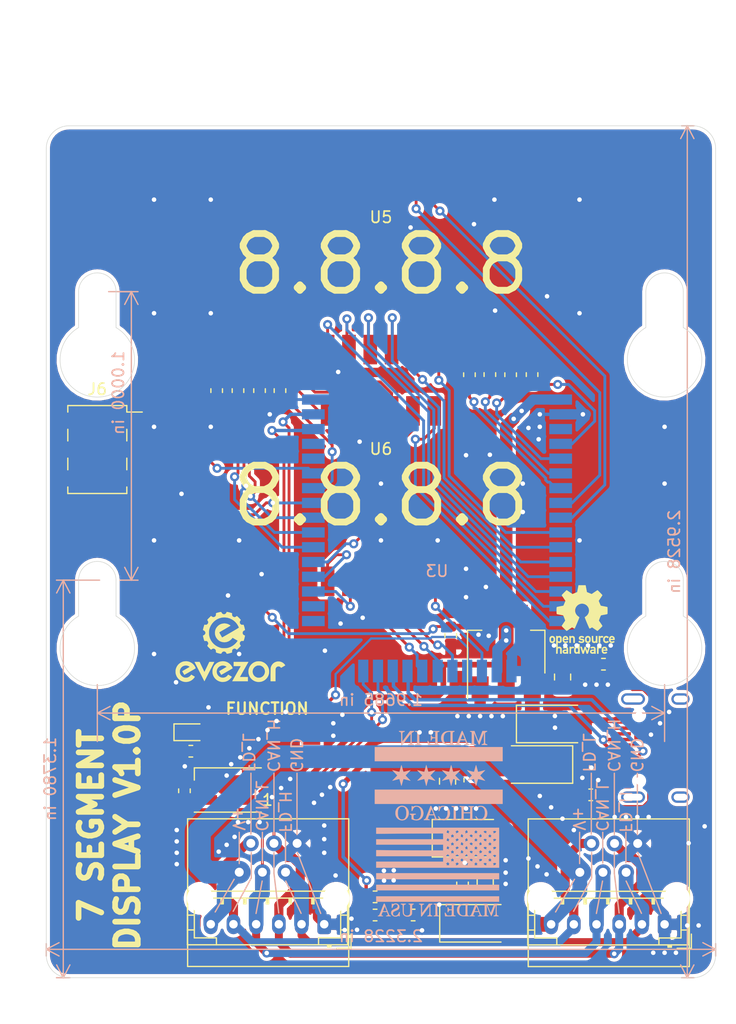
<source format=kicad_pcb>
(kicad_pcb (version 20171130) (host pcbnew "(5.1.5)-3")
  (layers (0 F.Cu signal) (31 B.Cu signal) (34 B.Paste user) (35 F.Paste user) (36 B.SilkS user) (37 F.SilkS user) (38 B.Mask user) (39 F.Mask user) (44 Edge.Cuts user))
  (net 0 "")
  (net 1 "Net-(C1-Pad2)")
  (net 2 "Net-(C1-Pad1)")
  (net 3 "Net-(C2-Pad2)")
  (net 4 GND)
  (net 5 /CAN_H)
  (net 6 /CAN_L)
  (net 7 +3V3)
  (net 8 /FD_H)
  (net 9 /FD_L)
  (net 10 "Net-(D3-Pad1)")
  (net 11 /RESET)
  (net 12 "Net-(U3-Pad28)")
  (net 13 "Net-(U3-Pad29)")
  (net 14 /NEO_STATUS)
  (net 15 "Net-(U3-Pad3)")
  (net 16 "Net-(J1-PadA8)")
  (net 17 "Net-(J1-PadB8)")
  (net 18 "Net-(C3-Pad1)")
  (net 19 /BOOT)
  (net 20 /D+)
  (net 21 /CC2)
  (net 22 /D-)
  (net 23 /CC1)
  (net 24 /VREG_OUT)
  (net 25 /USB_VCC)
  (net 26 /FUNCTION_BUTTON)
  (net 27 "Net-(C8-Pad1)")
  (net 28 /HBT_LED)
  (net 29 "Net-(D6-Pad1)")
  (net 30 VBUS)
  (net 31 "Net-(R8-Pad2)")
  (net 32 /DIG1-1)
  (net 33 /DIG2-1)
  (net 34 "Net-(R9-Pad2)")
  (net 35 "Net-(R10-Pad2)")
  (net 36 /DIG3-1)
  (net 37 /DIG4-1)
  (net 38 "Net-(R11-Pad2)")
  (net 39 "Net-(R12-Pad2)")
  (net 40 /DIG1-2)
  (net 41 /DIG2-2)
  (net 42 "Net-(R13-Pad2)")
  (net 43 "Net-(R14-Pad2)")
  (net 44 /DIG3-2)
  (net 45 /DIG4-2)
  (net 46 "Net-(R15-Pad2)")
  (net 47 /SEG1-1)
  (net 48 /SEG2-1)
  (net 49 /SEG6-1)
  (net 50 /SEG5-1)
  (net 51 /SEG4-1)
  (net 52 /SEG3-1)
  (net 53 /SEG7-1)
  (net 54 /SEG8-1)
  (net 55 /SEG8-2)
  (net 56 /SEG7-2)
  (net 57 /SEG3-2)
  (net 58 /SEG4-2)
  (net 59 /SEG5-2)
  (net 60 /SEG6-2)
  (net 61 /SEG2-2)
  (net 62 /SEG1-2)
  (net 63 "Net-(J6-Pad4)")
  (net 64 "Net-(J6-Pad5)")
  (net 65 "Net-(U3-Pad40)")
  (net 66 "Net-(U3-Pad39)")
  (module EvezorLIB:7_SEGMENT_LCD_4UP_SMD (layer F.Cu) (at 120 108.6)
    (fp_text reference U6 (at 0 -4.15) (layer F.SilkS))
    (fp_text value 7_SEGMENT_LCD_4UP)
    (fp_text user 8.8.8.8 (at 0 0) (layer F.SilkS) (effects (font (size 5 5) (thickness 0.6))))
    (pad 10 smd rect (at -0.94 -7.5) (size 1.2 2.6) (layers F.Cu F.Paste F.Mask) (net 42 "Net-(R13-Pad2)"))
    (pad 11 smd rect (at -2.82 -7.5) (size 1.2 2.6) (layers F.Cu F.Paste F.Mask) (net 43 "Net-(R14-Pad2)"))
    (pad 12 smd rect (at -4.7 -7.5) (size 1.2 2.6) (layers F.Cu F.Paste F.Mask) (net 46 "Net-(R15-Pad2)"))
    (pad 9 smd rect (at 0.94 -7.5) (size 1.2 2.6) (layers F.Cu F.Paste F.Mask) (net 39 "Net-(R12-Pad2)"))
    (pad 8 smd rect (at 2.82 -7.5) (size 1.2 2.6) (layers F.Cu F.Paste F.Mask) (net 55 /SEG8-2))
    (pad 7 smd rect (at 4.7 -7.5) (size 1.2 2.6) (layers F.Cu F.Paste F.Mask) (net 56 /SEG7-2))
    (pad 3 smd rect (at -0.94 7.5) (size 1.2 2.6) (layers F.Cu F.Paste F.Mask) (net 57 /SEG3-2))
    (pad 4 smd rect (at 0.94 7.5) (size 1.2 2.6) (layers F.Cu F.Paste F.Mask) (net 58 /SEG4-2))
    (pad 5 smd rect (at 2.82 7.5) (size 1.2 2.6) (layers F.Cu F.Paste F.Mask) (net 59 /SEG5-2))
    (pad 6 smd rect (at 4.7 7.5) (size 1.2 2.6) (layers F.Cu F.Paste F.Mask) (net 60 /SEG6-2))
    (pad 2 smd rect (at -2.82 7.5) (size 1.2 2.6) (layers F.Cu F.Paste F.Mask) (net 61 /SEG2-2))
    (pad 1 smd rect (at -4.7 7.5) (size 1.2 2.6) (layers F.Cu F.Paste F.Mask) (net 62 /SEG1-2))
  )
  (module Symbol:OSHW-Logo_5.7x6mm_SilkScreen (layer F.Cu) (at 137.72 119.46)
    (fp_text reference REF** hide)
    (fp_text value OSHW-Logo_5.7x6mm_SilkScreen hide)
  )
  (module Evezor_extras:MADE_IN_CHICAGO (layer B.Cu) (at 125.1 133.2 180)
    (fp_text reference G*** hide)
    (fp_text value LOGO hide)
  )
  (module "Evezor_extras:MADE IN USA" (layer B.Cu) (at 125 141.7 180)
    (fp_text reference G*** hide)
    (fp_text value LOGO hide)
  )
  (module EvezorLIB:LOGO_37 (layer F.Cu) (at 106.16 120.63)
    (fp_text reference G*** hide)
    (fp_text value LOGO hide)
  )
  (module EvezorLIB:evezor_18 (layer F.Cu) (at 106.73 124.05)
    (fp_text reference G*** hide)
    (fp_text value LOGO hide)
  )
  (module LED_SMD:LED_SK6812MINI_PLCC4_3.5x3.5mm_P1.75mm (layer F.Cu) (at 106.5 134.475 180)
    (fp_text reference D6)
    (fp_text value SK6812MINI)
    (fp_text user 1 (at -3.5 -0.875) (layer F.SilkS))
    (pad 1 smd rect (at -1.75 -0.875 180) (size 1.6 0.85) (layers F.Cu F.Paste F.Mask) (net 29 "Net-(D6-Pad1)"))
    (pad 2 smd rect (at -1.75 0.875 180) (size 1.6 0.85) (layers F.Cu F.Paste F.Mask) (net 4 GND))
    (pad 4 smd rect (at 1.75 -0.875 180) (size 1.6 0.85) (layers F.Cu F.Paste F.Mask) (net 7 +3V3))
    (pad 3 smd rect (at 1.75 0.875 180) (size 1.6 0.85) (layers F.Cu F.Paste F.Mask) (net 14 /NEO_STATUS))
  )
  (module EvezorLIB:USB_C_Receptacle_HRO_TYPE-C-31-M-12 (layer F.Cu) (at 145.35 130.78 90)
    (fp_text reference J1)
    (fp_text value USB_C_Receptacle_USB2.0)
    (pad B1 smd rect (at 3.25 -4.045 90) (size 0.6 1.45) (layers F.Cu F.Paste F.Mask) (net 4 GND))
    (pad A9 smd rect (at 2.45 -4.045 90) (size 0.6 1.45) (layers F.Cu F.Paste F.Mask) (net 25 /USB_VCC))
    (pad B9 smd rect (at -2.45 -4.045 90) (size 0.6 1.45) (layers F.Cu F.Paste F.Mask) (net 25 /USB_VCC))
    (pad B12 smd rect (at -3.25 -4.045 90) (size 0.6 1.45) (layers F.Cu F.Paste F.Mask) (net 4 GND))
    (pad A1 smd rect (at -3.25 -4.045 90) (size 0.6 1.45) (layers F.Cu F.Paste F.Mask) (net 4 GND))
    (pad A4 smd rect (at -2.45 -4.045 90) (size 0.6 1.45) (layers F.Cu F.Paste F.Mask) (net 25 /USB_VCC))
    (pad B4 smd rect (at 2.45 -4.045 90) (size 0.6 1.45) (layers F.Cu F.Paste F.Mask) (net 25 /USB_VCC))
    (pad A12 smd rect (at 3.25 -4.045 90) (size 0.6 1.45) (layers F.Cu F.Paste F.Mask) (net 4 GND))
    (pad B8 smd rect (at -1.75 -4.045 90) (size 0.3 1.45) (layers F.Cu F.Paste F.Mask) (net 17 "Net-(J1-PadB8)"))
    (pad A5 smd rect (at -1.25 -4.045 90) (size 0.3 1.45) (layers F.Cu F.Paste F.Mask) (net 23 /CC1))
    (pad B7 smd rect (at -0.75 -4.045 90) (size 0.3 1.45) (layers F.Cu F.Paste F.Mask) (net 22 /D-))
    (pad A7 smd rect (at 0.25 -4.045 90) (size 0.3 1.45) (layers F.Cu F.Paste F.Mask) (net 22 /D-))
    (pad B6 smd rect (at 0.75 -4.045 90) (size 0.3 1.45) (layers F.Cu F.Paste F.Mask) (net 20 /D+))
    (pad A8 smd rect (at 1.25 -4.045 90) (size 0.3 1.45) (layers F.Cu F.Paste F.Mask) (net 16 "Net-(J1-PadA8)"))
    (pad B5 smd rect (at 1.75 -4.045 90) (size 0.3 1.45) (layers F.Cu F.Paste F.Mask) (net 21 /CC2))
    (pad A6 smd rect (at -0.25 -4.045 90) (size 0.3 1.45) (layers F.Cu F.Paste F.Mask) (net 20 /D+))
    (pad "" thru_hole oval (at 4.32 -3.13 90) (size 1 2.1) (drill oval 0.6 1.7) (layers *.Cu *.Mask))
    (pad "" thru_hole oval (at -4.32 -3.13 90) (size 1 2.1) (drill oval 0.6 1.7) (layers *.Cu *.Mask))
    (pad "" np_thru_hole circle (at -2.89 -2.6 90) (size 0.65 0.65) (drill 0.65) (layers *.Cu *.Mask))
    (pad "" thru_hole oval (at -4.32 1.05 90) (size 1 1.6) (drill oval 0.6 1.2) (layers *.Cu *.Mask))
    (pad "" np_thru_hole circle (at 2.89 -2.6 90) (size 0.65 0.65) (drill 0.65) (layers *.Cu *.Mask))
    (pad "" thru_hole oval (at 4.32 1.05 90) (size 1 1.6) (drill oval 0.6 1.2) (layers *.Cu *.Mask))
  )
  (module EvezorLIB:EDGE_STAMP (layer B.Cu) (at 124.94 123.6 180)
    (fp_text reference U3 (at 0 8.4) (layer B.SilkS) (effects (justify mirror)))
    (fp_text value EDGE_STM32F405_CPU_V1)
    (pad 43 smd custom (at 10.9 23.5 90) (size 0.9 2) (layers B.Cu B.Paste B.Mask) (net 4 GND) (options (clearance outline) (anchor rect)) (primitives))
    (pad 42 smd custom (at 10.9 22.2 90) (size 0.9 2) (layers B.Cu B.Paste B.Mask) (net 14 /NEO_STATUS) (options (clearance outline) (anchor rect)) (primitives))
    (pad 41 smd custom (at 10.9 20.9 90) (size 0.9 2) (layers B.Cu B.Paste B.Mask) (net 28 /HBT_LED) (options (clearance outline) (anchor rect)) (primitives))
    (pad 40 smd custom (at 10.9 19.6 90) (size 0.9 2) (layers B.Cu B.Paste B.Mask) (net 65 "Net-(U3-Pad40)") (options (clearance outline) (anchor rect)) (primitives))
    (pad 39 smd custom (at 10.9 18.3 90) (size 0.9 2) (layers B.Cu B.Paste B.Mask) (net 66 "Net-(U3-Pad39)") (options (clearance outline) (anchor rect)) (primitives))
    (pad 38 smd custom (at 10.9 17 90) (size 0.9 2) (layers B.Cu B.Paste B.Mask) (net 11 /RESET) (options (clearance outline) (anchor rect)) (primitives))
    (pad 37 smd custom (at 10.9 15.7 90) (size 0.9 2) (layers B.Cu B.Paste B.Mask) (net 45 /DIG4-2) (options (clearance outline) (anchor rect)) (primitives))
    (pad 36 smd custom (at 10.9 14.4 90) (size 0.9 2) (layers B.Cu B.Paste B.Mask) (net 19 /BOOT) (options (clearance outline) (anchor rect)) (primitives))
    (pad 35 smd custom (at 10.9 13.1 90) (size 0.9 2) (layers B.Cu B.Paste B.Mask) (net 44 /DIG3-2) (options (clearance outline) (anchor rect)) (primitives))
    (pad 34 smd custom (at 10.9 11.8 90) (size 0.9 2) (layers B.Cu B.Paste B.Mask) (net 41 /DIG2-2) (options (clearance outline) (anchor rect)) (primitives))
    (pad 33 smd custom (at 10.9 10.5 90) (size 0.9 2) (layers B.Cu B.Paste B.Mask) (net 40 /DIG1-2) (options (clearance outline) (anchor rect)) (primitives))
    (pad 32 smd custom (at 10.9 9.2 90) (size 0.9 2) (layers B.Cu B.Paste B.Mask) (net 55 /SEG8-2) (options (clearance outline) (anchor rect)) (primitives))
    (pad 31 smd custom (at 10.9 7.9 90) (size 0.9 2) (layers B.Cu B.Paste B.Mask) (net 62 /SEG1-2) (options (clearance outline) (anchor rect)) (primitives))
    (pad 30 smd custom (at 10.9 6.6 90) (size 0.9 2) (layers B.Cu B.Paste B.Mask) (net 61 /SEG2-2) (options (clearance outline) (anchor rect)) (primitives))
    (pad 29 smd custom (at 10.9 5.3 90) (size 0.9 2) (layers B.Cu B.Paste B.Mask) (net 13 "Net-(U3-Pad29)") (options (clearance outline) (anchor rect)) (primitives))
    (pad 1 smd custom (at -10.9 23.5 90) (size 0.9 2) (layers B.Cu B.Paste B.Mask) (net 7 +3V3) (options (clearance outline) (anchor rect)) (primitives))
    (pad 2 smd custom (at -10.9 22.2 90) (size 0.9 2) (layers B.Cu B.Paste B.Mask) (net 4 GND) (options (clearance outline) (anchor rect)) (primitives))
    (pad 3 smd custom (at -10.9 20.9 90) (size 0.9 2) (layers B.Cu B.Paste B.Mask) (net 15 "Net-(U3-Pad3)") (options (clearance outline) (anchor rect)) (primitives))
    (pad 4 smd custom (at -10.9 19.6 90) (size 0.9 2) (layers B.Cu B.Paste B.Mask) (net 32 /DIG1-1) (options (clearance outline) (anchor rect)) (primitives))
    (pad 5 smd custom (at -10.9 18.3 90) (size 0.9 2) (layers B.Cu B.Paste B.Mask) (net 33 /DIG2-1) (options (clearance outline) (anchor rect)) (primitives))
    (pad 6 smd custom (at -10.9 17 90) (size 0.9 2) (layers B.Cu B.Paste B.Mask) (net 36 /DIG3-1) (options (clearance outline) (anchor rect)) (primitives))
    (pad 7 smd custom (at -10.9 15.7 90) (size 0.9 2) (layers B.Cu B.Paste B.Mask) (net 37 /DIG4-1) (options (clearance outline) (anchor rect)) (primitives))
    (pad 8 smd custom (at -10.9 14.4 90) (size 0.9 2) (layers B.Cu B.Paste B.Mask) (net 54 /SEG8-1) (options (clearance outline) (anchor rect)) (primitives))
    (pad 9 smd custom (at -10.9 13.1 90) (size 0.9 2) (layers B.Cu B.Paste B.Mask) (net 53 /SEG7-1) (options (clearance outline) (anchor rect)) (primitives))
    (pad 10 smd custom (at -10.9 11.8 90) (size 0.9 2) (layers B.Cu B.Paste B.Mask) (net 49 /SEG6-1) (options (clearance outline) (anchor rect)) (primitives))
    (pad 11 smd custom (at -10.9 10.5 90) (size 0.9 2) (layers B.Cu B.Paste B.Mask) (net 50 /SEG5-1) (options (clearance outline) (anchor rect)) (primitives))
    (pad 12 smd custom (at -10.9 9.2 90) (size 0.9 2) (layers B.Cu B.Paste B.Mask) (net 51 /SEG4-1) (options (clearance outline) (anchor rect)) (primitives))
    (pad 13 smd custom (at -10.9 7.9 90) (size 0.9 2) (layers B.Cu B.Paste B.Mask) (net 52 /SEG3-1) (options (clearance outline) (anchor rect)) (primitives))
    (pad 14 smd custom (at -10.9 6.6 90) (size 0.9 2) (layers B.Cu B.Paste B.Mask) (net 48 /SEG2-1) (options (clearance outline) (anchor rect)) (primitives))
    (pad 15 smd custom (at -10.9 5.3 90) (size 0.9 2) (layers B.Cu B.Paste B.Mask) (net 47 /SEG1-1) (options (clearance outline) (anchor rect)) (primitives))
    (pad 28 smd custom (at 10.9 4 90) (size 0.9 2) (layers B.Cu B.Paste B.Mask) (net 12 "Net-(U3-Pad28)") (options (clearance outline) (anchor rect)) (primitives))
    (pad 16 smd custom (at -10.9 4 90) (size 0.9 2) (layers B.Cu B.Paste B.Mask) (net 56 /SEG7-2) (options (clearance outline) (anchor rect)) (primitives))
    (pad 27 smd custom (at 6.5 -0.4 180) (size 0.9 2) (layers B.Cu B.Paste B.Mask) (net 6 /CAN_L) (options (clearance outline) (anchor rect)) (primitives))
    (pad 26 smd custom (at 5.2 -0.4 180) (size 0.9 2) (layers B.Cu B.Paste B.Mask) (net 5 /CAN_H) (options (clearance outline) (anchor rect)) (primitives))
    (pad 25 smd custom (at 3.9 -0.4 180) (size 0.9 2) (layers B.Cu B.Paste B.Mask) (net 20 /D+) (options (clearance outline) (anchor rect)) (primitives))
    (pad 24 smd custom (at 2.6 -0.4 180) (size 0.9 2) (layers B.Cu B.Paste B.Mask) (net 22 /D-) (options (clearance outline) (anchor rect)) (primitives))
    (pad 23 smd custom (at 1.3 -0.4 180) (size 0.9 2) (layers B.Cu B.Paste B.Mask) (net 57 /SEG3-2) (options (clearance outline) (anchor rect)) (primitives))
    (pad 22 smd custom (at -0.06 -0.4 180) (size 0.9 2) (layers B.Cu B.Paste B.Mask) (net 58 /SEG4-2) (options (clearance outline) (anchor rect)) (primitives))
    (pad 21 smd custom (at -1.36 -0.4 180) (size 0.9 2) (layers B.Cu B.Paste B.Mask) (net 59 /SEG5-2) (options (clearance outline) (anchor rect)) (primitives))
    (pad 20 smd custom (at -2.66 -0.4 180) (size 0.9 2) (layers B.Cu B.Paste B.Mask) (net 26 /FUNCTION_BUTTON) (options (clearance outline) (anchor rect)) (primitives))
    (pad 19 smd custom (at -3.96 -0.4 180) (size 0.9 2) (layers B.Cu B.Paste B.Mask) (net 60 /SEG6-2) (options (clearance outline) (anchor rect)) (primitives))
    (pad 18 smd custom (at -5.26 -0.4 180) (size 0.9 2) (layers B.Cu B.Paste B.Mask) (net 7 +3V3) (options (clearance outline) (anchor rect)) (primitives))
    (pad 17 smd custom (at -6.56 -0.4 180) (size 0.9 2) (layers B.Cu B.Paste B.Mask) (net 4 GND) (options (clearance outline) (anchor rect)) (primitives))
  )
  (module Capacitor_SMD:C_0603_1608Metric (layer F.Cu) (at 102.68 134.5425 270)
    (fp_text reference C9)
    (fp_text value C_Small)
    (pad 2 smd roundrect (at 0.7875 0 270) (size 0.875 0.95) (layers F.Cu F.Paste F.Mask) (net 7 +3V3))
    (pad 1 smd roundrect (at -0.7875 0 270) (size 0.875 0.95) (layers F.Cu F.Paste F.Mask) (net 4 GND))
  )
  (module Connector_JST:JST_PH_B6B-PH-K_1x06_P2.00mm_Vertical (layer F.Cu) (at 115 146.29 180)
    (fp_text reference J5)
    (fp_text value PH)
    (pad 6 thru_hole oval (at 10 0 180) (size 1.2 1.75) (drill 0.75) (layers *.Cu *.Mask) (net 30 VBUS))
    (pad 5 thru_hole oval (at 8 0 180) (size 1.2 1.75) (drill 0.75) (layers *.Cu *.Mask) (net 9 /FD_L))
    (pad 4 thru_hole oval (at 6 0 180) (size 1.2 1.75) (drill 0.75) (layers *.Cu *.Mask) (net 6 /CAN_L))
    (pad 3 thru_hole oval (at 4 0 180) (size 1.2 1.75) (drill 0.75) (layers *.Cu *.Mask) (net 5 /CAN_H))
    (pad 2 thru_hole oval (at 2 0 180) (size 1.2 1.75) (drill 0.75) (layers *.Cu *.Mask) (net 8 /FD_H))
    (pad 1 thru_hole roundrect (at 0 0 180) (size 1.2 1.75) (drill 0.75) (layers *.Cu *.Mask) (roundrect_rratio 0.208333) (net 4 GND))
  )
  (module Capacitor_SMD:C_0603_1608Metric (layer F.Cu) (at 127.83 133.5975 270)
    (fp_text reference C5)
    (fp_text value .1uF)
    (pad 2 smd roundrect (at 0.7875 0 270) (size 0.875 0.95) (layers F.Cu F.Paste F.Mask) (net 4 GND))
    (pad 1 smd roundrect (at -0.7875 0 270) (size 0.875 0.95) (layers F.Cu F.Paste F.Mask) (net 24 /VREG_OUT))
  )
  (module Capacitor_SMD:C_0805_2012Metric (layer F.Cu) (at 125.87 133.7 270)
    (fp_text reference C6)
    (fp_text value 22uF)
    (pad 2 smd roundrect (at 0.9375 0 270) (size 0.975 1.4) (layers F.Cu F.Paste F.Mask) (net 4 GND))
    (pad 1 smd roundrect (at -0.9375 0 270) (size 0.975 1.4) (layers F.Cu F.Paste F.Mask) (net 24 /VREG_OUT))
  )
  (module Capacitor_SMD:C_0603_1608Metric (layer F.Cu) (at 122.5625 139.71 180)
    (fp_text reference C1)
    (fp_text value .1uF)
    (pad 2 smd roundrect (at 0.7875 0 180) (size 0.875 0.95) (layers F.Cu F.Paste F.Mask) (net 1 "Net-(C1-Pad2)"))
    (pad 1 smd roundrect (at -0.7875 0 180) (size 0.875 0.95) (layers F.Cu F.Paste F.Mask) (net 2 "Net-(C1-Pad1)"))
  )
  (module Capacitor_SMD:C_0603_1608Metric (layer F.Cu) (at 119.4825 143.88)
    (fp_text reference C2)
    (fp_text value .1uF)
    (pad 2 smd roundrect (at 0.7875 0) (size 0.875 0.95) (layers F.Cu F.Paste F.Mask) (net 3 "Net-(C2-Pad2)"))
    (pad 1 smd roundrect (at -0.7875 0) (size 0.875 0.95) (layers F.Cu F.Paste F.Mask) (net 24 /VREG_OUT))
  )
  (module Capacitor_SMD:C_0805_2012Metric (layer F.Cu) (at 129.19 142.5975 90)
    (fp_text reference C4)
    (fp_text value 4.7uF)
    (pad 2 smd roundrect (at 0.9375 0 90) (size 0.975 1.4) (layers F.Cu F.Paste F.Mask) (net 4 GND))
    (pad 1 smd roundrect (at -0.9375 0 90) (size 0.975 1.4) (layers F.Cu F.Paste F.Mask) (net 18 "Net-(C3-Pad1)"))
  )
  (module EvezorLIB:RJ11_C189747_Horizontal (layer F.Cu) (at 140.079999 141.719999 180)
    (fp_text reference J2)
    (fp_text value RJ11)
    (pad "" np_thru_hole circle (at 6 -2.3) (size 2.3 2.3) (drill 2.3) (layers *.Cu *.Mask))
    (pad "" np_thru_hole circle (at -6 -2.3 180) (size 2.3 2.3) (drill 2.3) (layers *.Cu *.Mask))
    (pad 5 thru_hole circle (at 1.53 2.54 180) (size 1.39 1.39) (drill 0.79) (layers *.Cu *.Mask) (net 9 /FD_L))
    (pad 3 thru_hole circle (at -0.51 2.54 180) (size 1.39 1.39) (drill 0.79) (layers *.Cu *.Mask) (net 5 /CAN_H))
    (pad 1 thru_hole circle (at -2.55 2.54 180) (size 1.39 1.39) (drill 0.79) (layers *.Cu *.Mask) (net 4 GND))
    (pad 6 thru_hole circle (at 2.55 0 180) (size 1.39 1.39) (drill 0.79) (layers *.Cu *.Mask) (net 30 VBUS))
    (pad 4 thru_hole circle (at 0.51 0 180) (size 1.39 1.39) (drill 0.79) (layers *.Cu *.Mask) (net 6 /CAN_L))
    (pad 2 thru_hole circle (at -1.53 0 180) (size 1.39 1.39) (drill 0.79) (layers *.Cu *.Mask) (net 8 /FD_H))
  )
  (module EvezorLIB:RJ11_C189747_Horizontal (layer F.Cu) (at 110.059999 141.709999 180)
    (fp_text reference J3)
    (fp_text value RJ11)
    (pad "" np_thru_hole circle (at 6 -2.3) (size 2.3 2.3) (drill 2.3) (layers *.Cu *.Mask))
    (pad "" np_thru_hole circle (at -6 -2.3 180) (size 2.3 2.3) (drill 2.3) (layers *.Cu *.Mask))
    (pad 5 thru_hole circle (at 1.53 2.54 180) (size 1.39 1.39) (drill 0.79) (layers *.Cu *.Mask) (net 9 /FD_L))
    (pad 3 thru_hole circle (at -0.51 2.54 180) (size 1.39 1.39) (drill 0.79) (layers *.Cu *.Mask) (net 5 /CAN_H))
    (pad 1 thru_hole circle (at -2.55 2.54 180) (size 1.39 1.39) (drill 0.79) (layers *.Cu *.Mask) (net 4 GND))
    (pad 6 thru_hole circle (at 2.55 0 180) (size 1.39 1.39) (drill 0.79) (layers *.Cu *.Mask) (net 30 VBUS))
    (pad 4 thru_hole circle (at 0.51 0 180) (size 1.39 1.39) (drill 0.79) (layers *.Cu *.Mask) (net 6 /CAN_L))
    (pad 2 thru_hole circle (at -1.53 0 180) (size 1.39 1.39) (drill 0.79) (layers *.Cu *.Mask) (net 8 /FD_H))
  )
  (module Connector_JST:JST_PH_B6B-PH-K_1x06_P2.00mm_Vertical (layer F.Cu) (at 145 146.3 180)
    (fp_text reference J4)
    (fp_text value PH)
    (pad 6 thru_hole oval (at 10 0 180) (size 1.2 1.75) (drill 0.75) (layers *.Cu *.Mask) (net 30 VBUS))
    (pad 5 thru_hole oval (at 8 0 180) (size 1.2 1.75) (drill 0.75) (layers *.Cu *.Mask) (net 9 /FD_L))
    (pad 4 thru_hole oval (at 6 0 180) (size 1.2 1.75) (drill 0.75) (layers *.Cu *.Mask) (net 6 /CAN_L))
    (pad 3 thru_hole oval (at 4 0 180) (size 1.2 1.75) (drill 0.75) (layers *.Cu *.Mask) (net 5 /CAN_H))
    (pad 2 thru_hole oval (at 2 0 180) (size 1.2 1.75) (drill 0.75) (layers *.Cu *.Mask) (net 8 /FD_H))
    (pad 1 thru_hole roundrect (at 0 0 180) (size 1.2 1.75) (drill 0.75) (layers *.Cu *.Mask) (roundrect_rratio 0.208333) (net 4 GND))
  )
  (module Resistor_SMD:R_0603_1608Metric (layer F.Cu) (at 122.8375 145.48 180)
    (fp_text reference R1)
    (fp_text value 15k)
    (pad 2 smd roundrect (at 0.7875 0 180) (size 0.875 0.95) (layers F.Cu F.Paste F.Mask) (net 3 "Net-(C2-Pad2)"))
    (pad 1 smd roundrect (at -0.7875 0 180) (size 0.875 0.95) (layers F.Cu F.Paste F.Mask) (net 4 GND))
  )
  (module Resistor_SMD:R_0603_1608Metric (layer F.Cu) (at 119.4825 145.48)
    (fp_text reference R2)
    (fp_text value 82k)
    (pad 2 smd roundrect (at 0.7875 0) (size 0.875 0.95) (layers F.Cu F.Paste F.Mask) (net 3 "Net-(C2-Pad2)"))
    (pad 1 smd roundrect (at -0.7875 0) (size 0.875 0.95) (layers F.Cu F.Paste F.Mask) (net 24 /VREG_OUT))
  )
  (module Package_TO_SOT_SMD:SOT-23-6 (layer F.Cu) (at 123.65 142.46)
    (fp_text reference U1)
    (fp_text value SY8401ABC)
    (pad 5 smd rect (at 1.1 0) (size 1.06 0.65) (layers F.Cu F.Paste F.Mask) (net 18 "Net-(C3-Pad1)"))
    (pad 6 smd rect (at 1.1 -0.95) (size 1.06 0.65) (layers F.Cu F.Paste F.Mask) (net 2 "Net-(C1-Pad1)"))
    (pad 4 smd rect (at 1.1 0.95) (size 1.06 0.65) (layers F.Cu F.Paste F.Mask) (net 18 "Net-(C3-Pad1)"))
    (pad 3 smd rect (at -1.1 0.95) (size 1.06 0.65) (layers F.Cu F.Paste F.Mask) (net 3 "Net-(C2-Pad2)"))
    (pad 2 smd rect (at -1.1 0) (size 1.06 0.65) (layers F.Cu F.Paste F.Mask) (net 4 GND))
    (pad 1 smd rect (at -1.1 -0.95) (size 1.06 0.65) (layers F.Cu F.Paste F.Mask) (net 1 "Net-(C1-Pad2)"))
  )
  (module Capacitor_SMD:C_0603_1608Metric (layer F.Cu) (at 127.19 142.7475 90)
    (fp_text reference C3)
    (fp_text value .1uF)
    (pad 2 smd roundrect (at 0.7875 0 90) (size 0.875 0.95) (layers F.Cu F.Paste F.Mask) (net 4 GND))
    (pad 1 smd roundrect (at -0.7875 0 90) (size 0.875 0.95) (layers F.Cu F.Paste F.Mask) (net 18 "Net-(C3-Pad1)"))
  )
  (module Diode_SMD:D_SMA (layer F.Cu) (at 127.92 138.72)
    (fp_text reference D1)
    (fp_text value SX35_SCHOTTKY)
    (pad 2 smd rect (at 2 0) (size 2.5 1.8) (layers F.Cu F.Paste F.Mask) (net 4 GND))
    (pad 1 smd rect (at -2 0) (size 2.5 1.8) (layers F.Cu F.Paste F.Mask) (net 2 "Net-(C1-Pad1)"))
  )
  (module LED_SMD:LED_0603_1608Metric (layer F.Cu) (at 103.2425 129.39)
    (fp_text reference D3)
    (fp_text value LED)
    (pad 2 smd roundrect (at 0.7875 0) (size 0.875 0.95) (layers F.Cu F.Paste F.Mask) (net 28 /HBT_LED))
    (pad 1 smd roundrect (at -0.7875 0) (size 0.875 0.95) (layers F.Cu F.Paste F.Mask) (net 10 "Net-(D3-Pad1)"))
  )
  (module EvezorLIB:INDUCTOR_7.5X6.6_GCDA0630-220MC (layer F.Cu) (at 120.84 134.845 90)
    (fp_text reference L1)
    (fp_text value 22uH)
    (pad 2 smd rect (at 2.695 0 90) (size 1.98 3.43) (layers F.Cu F.Paste F.Mask) (net 24 /VREG_OUT))
    (pad 1 smd rect (at -2.695 0 90) (size 1.98 3.43) (layers F.Cu F.Paste F.Mask) (net 2 "Net-(C1-Pad1)"))
  )
  (module Resistor_SMD:R_0603_1608Metric (layer F.Cu) (at 103.2425 131.06 180)
    (fp_text reference R5)
    (fp_text value 15k)
    (pad 2 smd roundrect (at 0.7875 0 180) (size 0.875 0.95) (layers F.Cu F.Paste F.Mask) (net 10 "Net-(D3-Pad1)"))
    (pad 1 smd roundrect (at -0.7875 0 180) (size 0.875 0.95) (layers F.Cu F.Paste F.Mask) (net 4 GND))
  )
  (module Package_TO_SOT_SMD:SOT-223-3_TabPin2 (layer F.Cu) (at 131.04 122.32 90)
    (fp_text reference U2)
    (fp_text value AMS1117-3.3)
    (pad 1 smd rect (at -3.15 -2.3 90) (size 2 1.5) (layers F.Cu F.Paste F.Mask) (net 4 GND))
    (pad 3 smd rect (at -3.15 2.3 90) (size 2 1.5) (layers F.Cu F.Paste F.Mask) (net 27 "Net-(C8-Pad1)"))
    (pad 2 smd rect (at -3.15 0 90) (size 2 1.5) (layers F.Cu F.Paste F.Mask) (net 7 +3V3))
    (pad 2 smd rect (at 3.15 0 90) (size 2 3.8) (layers F.Cu F.Paste F.Mask) (net 7 +3V3))
  )
  (module Diode_SMD:D_SMA (layer F.Cu) (at 128.58 146.21)
    (fp_text reference D2)
    (fp_text value SX35_SCHOTTKY)
    (pad 1 smd rect (at -2 0) (size 2.5 1.8) (layers F.Cu F.Paste F.Mask) (net 18 "Net-(C3-Pad1)"))
    (pad 2 smd rect (at 2 0) (size 2.5 1.8) (layers F.Cu F.Paste F.Mask) (net 30 VBUS))
  )
  (module Resistor_SMD:R_0603_1608Metric (layer F.Cu) (at 139.6125 123.4 180)
    (fp_text reference R3)
    (fp_text value 5.1k)
    (pad 2 smd roundrect (at 0.7875 0 180) (size 0.875 0.95) (layers F.Cu F.Paste F.Mask) (net 4 GND))
    (pad 1 smd roundrect (at -0.7875 0 180) (size 0.875 0.95) (layers F.Cu F.Paste F.Mask) (net 21 /CC2))
  )
  (module Resistor_SMD:R_0603_1608Metric (layer F.Cu) (at 138.4875 134.9 180)
    (fp_text reference R4)
    (fp_text value 5.1k)
    (pad 1 smd roundrect (at -0.7875 0 180) (size 0.875 0.95) (layers F.Cu F.Paste F.Mask) (net 23 /CC1))
    (pad 2 smd roundrect (at 0.7875 0 180) (size 0.875 0.95) (layers F.Cu F.Paste F.Mask) (net 4 GND))
  )
  (module Diode_SMD:D_SMA (layer F.Cu) (at 135.34 128.66)
    (fp_text reference D4)
    (fp_text value SX35_SCHOTTKY)
    (pad 2 smd rect (at 2 0) (size 2.5 1.8) (layers F.Cu F.Paste F.Mask) (net 25 /USB_VCC))
    (pad 1 smd rect (at -2 0) (size 2.5 1.8) (layers F.Cu F.Paste F.Mask) (net 27 "Net-(C8-Pad1)"))
  )
  (module Diode_SMD:D_SMA (layer F.Cu) (at 133.5 132.23 180)
    (fp_text reference D5)
    (fp_text value SX35_SCHOTTKY)
    (pad 1 smd rect (at -2 0 180) (size 2.5 1.8) (layers F.Cu F.Paste F.Mask) (net 27 "Net-(C8-Pad1)"))
    (pad 2 smd rect (at 2 0 180) (size 2.5 1.8) (layers F.Cu F.Paste F.Mask) (net 24 /VREG_OUT))
  )
  (module EvezorLIB:SWITCH_2x3_SMD_TACTILE_GREEN (layer F.Cu) (at 110.05 129.9 180)
    (fp_text reference SW1)
    (fp_text value SW_Push)
    (pad 1 smd rect (at -3.85 0 180) (size 1.5 1.2) (layers F.Cu F.Paste F.Mask) (net 26 /FUNCTION_BUTTON))
    (pad 2 smd rect (at 3.85 0 180) (size 1.5 1.2) (layers F.Cu F.Paste F.Mask) (net 4 GND))
  )
  (module Capacitor_SMD:C_0805_2012Metric (layer F.Cu) (at 136.01 124.5275 90)
    (fp_text reference C8)
    (fp_text value 10uF)
    (pad 1 smd roundrect (at -0.9375 0 90) (size 0.975 1.4) (layers F.Cu F.Paste F.Mask) (net 27 "Net-(C8-Pad1)"))
    (pad 2 smd roundrect (at 0.9375 0 90) (size 0.975 1.4) (layers F.Cu F.Paste F.Mask) (net 4 GND))
  )
  (module Capacitor_SMD:C_0603_1608Metric (layer F.Cu) (at 126.15 120.87 270)
    (fp_text reference C10)
    (fp_text value .1uF)
    (pad 1 smd roundrect (at -0.7875 0 270) (size 0.875 0.95) (layers F.Cu F.Paste F.Mask) (net 7 +3V3))
    (pad 2 smd roundrect (at 0.7875 0 270) (size 0.875 0.95) (layers F.Cu F.Paste F.Mask) (net 4 GND))
  )
  (module Resistor_SMD:R_0603_1608Metric (layer F.Cu) (at 133.32 97.9025 90)
    (fp_text reference R8)
    (fp_text value 275R)
    (pad 2 smd roundrect (at 0.7875 0 90) (size 0.875 0.95) (layers F.Cu F.Paste F.Mask) (net 31 "Net-(R8-Pad2)"))
    (pad 1 smd roundrect (at -0.7875 0 90) (size 0.875 0.95) (layers F.Cu F.Paste F.Mask) (net 32 /DIG1-1))
  )
  (module Resistor_SMD:R_0603_1608Metric (layer F.Cu) (at 131.43 97.9125 90)
    (fp_text reference R9)
    (fp_text value 275R)
    (pad 1 smd roundrect (at -0.7875 0 90) (size 0.875 0.95) (layers F.Cu F.Paste F.Mask) (net 33 /DIG2-1))
    (pad 2 smd roundrect (at 0.7875 0 90) (size 0.875 0.95) (layers F.Cu F.Paste F.Mask) (net 34 "Net-(R9-Pad2)"))
  )
  (module Resistor_SMD:R_0603_1608Metric (layer F.Cu) (at 129.6 97.9 90)
    (fp_text reference R10)
    (fp_text value 275R)
    (pad 2 smd roundrect (at 0.7875 0 90) (size 0.875 0.95) (layers F.Cu F.Paste F.Mask) (net 35 "Net-(R10-Pad2)"))
    (pad 1 smd roundrect (at -0.7875 0 90) (size 0.875 0.95) (layers F.Cu F.Paste F.Mask) (net 36 /DIG3-1))
  )
  (module Resistor_SMD:R_0603_1608Metric (layer F.Cu) (at 127.8 97.9125 90)
    (fp_text reference R11)
    (fp_text value 275R)
    (pad 1 smd roundrect (at -0.7875 0 90) (size 0.875 0.95) (layers F.Cu F.Paste F.Mask) (net 37 /DIG4-1))
    (pad 2 smd roundrect (at 0.7875 0 90) (size 0.875 0.95) (layers F.Cu F.Paste F.Mask) (net 38 "Net-(R11-Pad2)"))
  )
  (module Resistor_SMD:R_0603_1608Metric (layer F.Cu) (at 105.52 99.3125 90)
    (fp_text reference R12)
    (fp_text value 275R)
    (pad 2 smd roundrect (at 0.7875 0 90) (size 0.875 0.95) (layers F.Cu F.Paste F.Mask) (net 39 "Net-(R12-Pad2)"))
    (pad 1 smd roundrect (at -0.7875 0 90) (size 0.875 0.95) (layers F.Cu F.Paste F.Mask) (net 40 /DIG1-2))
  )
  (module Resistor_SMD:R_0603_1608Metric (layer F.Cu) (at 107.4 99.3125 90)
    (fp_text reference R13)
    (fp_text value 275R)
    (pad 1 smd roundrect (at -0.7875 0 90) (size 0.875 0.95) (layers F.Cu F.Paste F.Mask) (net 41 /DIG2-2))
    (pad 2 smd roundrect (at 0.7875 0 90) (size 0.875 0.95) (layers F.Cu F.Paste F.Mask) (net 42 "Net-(R13-Pad2)"))
  )
  (module Resistor_SMD:R_0603_1608Metric (layer F.Cu) (at 109.3 99.3125 90)
    (fp_text reference R14)
    (fp_text value 275R)
    (pad 2 smd roundrect (at 0.7875 0 90) (size 0.875 0.95) (layers F.Cu F.Paste F.Mask) (net 43 "Net-(R14-Pad2)"))
    (pad 1 smd roundrect (at -0.7875 0 90) (size 0.875 0.95) (layers F.Cu F.Paste F.Mask) (net 44 /DIG3-2))
  )
  (module Resistor_SMD:R_0603_1608Metric (layer F.Cu) (at 111.1 99.3125 90)
    (fp_text reference R15)
    (fp_text value 275R)
    (pad 1 smd roundrect (at -0.7875 0 90) (size 0.875 0.95) (layers F.Cu F.Paste F.Mask) (net 45 /DIG4-2))
    (pad 2 smd roundrect (at 0.7875 0 90) (size 0.875 0.95) (layers F.Cu F.Paste F.Mask) (net 46 "Net-(R15-Pad2)"))
  )
  (module EvezorLIB:7_SEGMENT_LCD_4UP_SMD (layer F.Cu) (at 120 88.2)
    (fp_text reference U5 (at 0 -4.15) (layer F.SilkS))
    (fp_text value 7_SEGMENT_LCD_4UP)
    (fp_text user 8.8.8.8 (at 0 0) (layer F.SilkS) (effects (font (size 5 5) (thickness 0.6))))
    (pad 1 smd rect (at -4.7 7.5) (size 1.2 2.6) (layers F.Cu F.Paste F.Mask) (net 47 /SEG1-1))
    (pad 2 smd rect (at -2.82 7.5) (size 1.2 2.6) (layers F.Cu F.Paste F.Mask) (net 48 /SEG2-1))
    (pad 6 smd rect (at 4.7 7.5) (size 1.2 2.6) (layers F.Cu F.Paste F.Mask) (net 49 /SEG6-1))
    (pad 5 smd rect (at 2.82 7.5) (size 1.2 2.6) (layers F.Cu F.Paste F.Mask) (net 50 /SEG5-1))
    (pad 4 smd rect (at 0.94 7.5) (size 1.2 2.6) (layers F.Cu F.Paste F.Mask) (net 51 /SEG4-1))
    (pad 3 smd rect (at -0.94 7.5) (size 1.2 2.6) (layers F.Cu F.Paste F.Mask) (net 52 /SEG3-1))
    (pad 7 smd rect (at 4.7 -7.5) (size 1.2 2.6) (layers F.Cu F.Paste F.Mask) (net 53 /SEG7-1))
    (pad 8 smd rect (at 2.82 -7.5) (size 1.2 2.6) (layers F.Cu F.Paste F.Mask) (net 54 /SEG8-1))
    (pad 9 smd rect (at 0.94 -7.5) (size 1.2 2.6) (layers F.Cu F.Paste F.Mask) (net 31 "Net-(R8-Pad2)"))
    (pad 12 smd rect (at -4.7 -7.5) (size 1.2 2.6) (layers F.Cu F.Paste F.Mask) (net 38 "Net-(R11-Pad2)"))
    (pad 11 smd rect (at -2.82 -7.5) (size 1.2 2.6) (layers F.Cu F.Paste F.Mask) (net 35 "Net-(R10-Pad2)"))
    (pad 10 smd rect (at -0.94 -7.5) (size 1.2 2.6) (layers F.Cu F.Paste F.Mask) (net 34 "Net-(R9-Pad2)"))
  )
  (module Connector_PinSocket_2.54mm:PinSocket_2x03_P2.54mm_Vertical_SMD (layer F.Cu) (at 95 104.5)
    (fp_text reference J6 (at 0 -5.31) (layer F.SilkS))
    (fp_text value Conn_02x03_Odd_Even)
    (pad 1 smd rect (at 2.52 -2.54) (size 3 1) (layers F.Cu F.Paste F.Mask) (net 4 GND))
    (pad 2 smd rect (at -2.52 -2.54) (size 3 1) (layers F.Cu F.Paste F.Mask) (net 11 /RESET))
    (pad 3 smd rect (at 2.52 0) (size 3 1) (layers F.Cu F.Paste F.Mask) (net 19 /BOOT))
    (pad 4 smd rect (at -2.52 0) (size 3 1) (layers F.Cu F.Paste F.Mask) (net 63 "Net-(J6-Pad4)"))
    (pad 5 smd rect (at 2.52 2.54) (size 3 1) (layers F.Cu F.Paste F.Mask) (net 64 "Net-(J6-Pad5)"))
    (pad 6 smd rect (at -2.52 2.54) (size 3 1) (layers F.Cu F.Paste F.Mask) (net 7 +3V3))
  )
  (gr_arc (start 95.000001 115.999999) (end 96.650001 115.999999) (angle -180) (layer Edge.Cuts) (width 0.05))
  (gr_line (start 93.35 119.163729) (end 93.35 115.999999) (layer Edge.Cuts) (width 0.05))
  (gr_arc (start 95.000001 121.999999) (end 93.35 119.163729) (angle -299.6226003) (layer Edge.Cuts) (width 0.05))
  (gr_line (start 96.650001 119.163729) (end 96.650001 115.999999) (layer Edge.Cuts) (width 0.05))
  (gr_arc (start 92.500001 149) (end 90.500001 149) (angle -90) (layer Edge.Cuts) (width 0.05))
  (gr_line (start 90.500001 149) (end 90.5 78.000001) (layer Edge.Cuts) (width 0.05))
  (gr_arc (start 92.5 78.000001) (end 92.500001 76.000001) (angle -90) (layer Edge.Cuts) (width 0.05))
  (gr_line (start 92.5 76.000001) (end 147.5 76.000001) (layer Edge.Cuts) (width 0.05))
  (gr_arc (start 147.499999 78.000001) (end 149.499999 78.000001) (angle -90) (layer Edge.Cuts) (width 0.05))
  (gr_line (start 149.5 149) (end 149.499999 78.000001) (layer Edge.Cuts) (width 0.05))
  (gr_arc (start 147.5 149) (end 147.5 151) (angle -90) (layer Edge.Cuts) (width 0.05))
  (gr_line (start 92.500001 151) (end 147.5 151) (layer Edge.Cuts) (width 0.05))
  (gr_arc (start 144.999999 115.999999) (end 146.649999 115.999999) (angle -180) (layer Edge.Cuts) (width 0.05))
  (gr_line (start 143.349999 119.163729) (end 143.349999 115.999999) (layer Edge.Cuts) (width 0.05))
  (gr_arc (start 144.999999 121.999999) (end 143.349999 119.163729) (angle -299.6226003) (layer Edge.Cuts) (width 0.05))
  (gr_line (start 146.65 119.163729) (end 146.65 115.999999) (layer Edge.Cuts) (width 0.05))
  (gr_arc (start 95 90.6) (end 96.650001 90.6) (angle -180) (layer Edge.Cuts) (width 0.05))
  (gr_line (start 93.35 93.76373) (end 93.35 90.6) (layer Edge.Cuts) (width 0.05))
  (gr_arc (start 95 96.6) (end 93.35 93.76373) (angle -299.6226003) (layer Edge.Cuts) (width 0.05))
  (gr_line (start 96.650001 93.76373) (end 96.650001 90.6) (layer Edge.Cuts) (width 0.05))
  (gr_arc (start 144.999999 90.6) (end 146.649999 90.6) (angle -180) (layer Edge.Cuts) (width 0.05))
  (gr_line (start 143.349999 93.76373) (end 143.349999 90.6) (layer Edge.Cuts) (width 0.05))
  (gr_arc (start 144.999999 96.6) (end 143.349999 93.76373) (angle -299.6226003) (layer Edge.Cuts) (width 0.05))
  (gr_line (start 146.65 93.76373) (end 146.65 90.6) (layer Edge.Cuts) (width 0.05))
  (gr_line (start 95 127.1) (end 95 125.2) (layer B.SilkS) (width 0.12))
  (gr_line (start 145 127.1) (end 145 125.2) (layer B.SilkS) (width 0.12))
  (gr_text "7 SEGMENT\nDISPLAY V1.0P" (at 96.06 137.59 90) (layer F.SilkS) (effects (font (size 2 2) (thickness 0.5))))
  (dimension 74.999999 (width 0.12) (layer B.SilkS) (gr_text "75.000 mm" (at 148.27 113.499999 270) (layer B.SilkS) (effects (font (size 1 1) (thickness 0.15)) (justify mirror))) (feature1 (pts (xy 146.5 150.999999) (xy 147.586421 150.999999))) (feature2 (pts (xy 146.5 76) (xy 147.586421 76))) (crossbar (pts (xy 147 76) (xy 147 150.999999))) (arrow1a (pts (xy 147 150.999999) (xy 146.413579 149.873495))) (arrow1b (pts (xy 147 150.999999) (xy 147.586421 149.873495))) (arrow2a (pts (xy 147 76) (xy 146.413579 77.126504))) (arrow2b (pts (xy 147 76) (xy 147.586421 77.126504))))
  (gr_line (start 92 116) (end 95.2 116) (layer B.SilkS) (width 0.12))
  (gr_line (start 96 90.600002) (end 98 90.600001) (layer B.SilkS) (width 0.12))
  (gr_text FUNCTION (at 109.97 127.31) (layer F.SilkS) (effects (font (size 1 1) (thickness 0.2))))
  (gr_text "GND\n" (at 112.53 131.4 270) (layer B.SilkS) (effects (font (size 1 1)) (justify mirror)))
  (gr_text "FD_H\n" (at 111.54 136.4 270) (layer B.SilkS) (effects (font (size 1 1)) (justify mirror)))
  (gr_text V+ (at 107.45 136.99 270) (layer B.SilkS) (effects (font (size 1 1)) (justify mirror)))
  (gr_text CAN_L (at 109.48 135.89 270) (layer B.SilkS) (effects (font (size 1 1)) (justify mirror)))
  (gr_text "FD_L\n" (at 108.32 131.2 -90) (layer B.SilkS) (effects (font (size 1 1)) (justify mirror)))
  (gr_text CAN_H (at 110.51 130.55 270) (layer B.SilkS) (effects (font (size 1 1)) (justify mirror)))
  (gr_line (start 110.57 138.4) (end 110.57 133) (layer B.SilkS) (width 0.12))
  (gr_line (start 112.96 145.33) (end 111.61 142.49) (layer B.SilkS) (width 0.12))
  (gr_line (start 114.69 145.34) (end 112.63 139.97) (layer B.SilkS) (width 0.12))
  (gr_line (start 111.59 140.89) (end 111.59 138.2) (layer B.SilkS) (width 0.12))
  (gr_line (start 105.39 145.21) (end 107.06 142.33) (layer B.SilkS) (width 0.12))
  (gr_line (start 109.55 140.9) (end 109.55 138.2) (layer B.SilkS) (width 0.12))
  (gr_line (start 106.98 145.15) (end 108.57 142.22) (layer B.SilkS) (width 0.12))
  (gr_line (start 108.57 142.22) (end 108.57 139.98) (layer B.SilkS) (width 0.12))
  (gr_line (start 110.99 145.3) (end 110.57 141.82) (layer B.SilkS) (width 0.12))
  (gr_line (start 107.51 140.95) (end 107.51 138.2) (layer B.SilkS) (width 0.12))
  (gr_line (start 108.54 138.36) (end 108.54 133) (layer B.SilkS) (width 0.12))
  (gr_line (start 110.57 141.82) (end 110.57 139.99) (layer B.SilkS) (width 0.12))
  (gr_line (start 112.6 138.4) (end 112.6 133) (layer B.SilkS) (width 0.12))
  (gr_line (start 108.99 145.34) (end 109.53 142.49) (layer B.SilkS) (width 0.12))
  (dimension 25.399999 (width 0.12) (layer B.SilkS) (gr_text "25.400 mm" (at 99.27 103.3 -90) (layer B.SilkS) (effects (font (size 1 1) (thickness 0.15)) (justify right mirror))) (feature1 (pts (xy 97 90.600001) (xy 98.586421 90.600001))) (feature2 (pts (xy 97 116) (xy 98.586421 116))) (crossbar (pts (xy 98 116) (xy 98 90.600001))) (arrow1a (pts (xy 98 90.600001) (xy 98.586421 91.726505))) (arrow1b (pts (xy 98 90.600001) (xy 97.413579 91.726505))) (arrow2a (pts (xy 98 116) (xy 98.586421 114.873496))) (arrow2b (pts (xy 98 116) (xy 97.413579 114.873496))))
  (dimension 35 (width 0.12) (layer B.SilkS) (gr_text "35.000 mm" (at 93.27 133.5 -90) (layer B.SilkS) (effects (font (size 1 1) (thickness 0.15)) (justify mirror))) (feature1 (pts (xy 91.4 116) (xy 92.586421 116))) (feature2 (pts (xy 91.4 151) (xy 92.586421 151))) (crossbar (pts (xy 92 151) (xy 92 116))) (arrow1a (pts (xy 92 116) (xy 92.586421 117.126504))) (arrow1b (pts (xy 92 116) (xy 91.413579 117.126504))) (arrow2a (pts (xy 92 151) (xy 92.586421 149.873496))) (arrow2b (pts (xy 92 151) (xy 91.413579 149.873496))))
  (dimension 50 (width 0.12) (layer B.SilkS) (gr_text "50.000 mm" (at 120 126.43) (layer B.SilkS) (effects (font (size 1 1) (thickness 0.15)) (justify mirror))) (feature1 (pts (xy 95 130.2) (xy 95 127.113579))) (feature2 (pts (xy 145 130.2) (xy 145 127.113579))) (crossbar (pts (xy 145 127.7) (xy 95 127.7))) (arrow1a (pts (xy 95 127.7) (xy 96.126504 127.113579))) (arrow1b (pts (xy 95 127.7) (xy 96.126504 128.286421))) (arrow2a (pts (xy 145 127.7) (xy 143.873496 127.113579))) (arrow2b (pts (xy 145 127.7) (xy 143.873496 128.286421))))
  (dimension 59 (width 0.12) (layer B.SilkS) (gr_text "59.000 mm" (at 120 149.77) (layer B.SilkS) (effects (font (size 1 1) (thickness 0.15)) (justify mirror))) (feature1 (pts (xy 90.5 148) (xy 90.5 149.086421))) (feature2 (pts (xy 149.5 148) (xy 149.5 149.086421))) (crossbar (pts (xy 149.5 148.5) (xy 90.5 148.5))) (arrow1a (pts (xy 90.5 148.5) (xy 91.626504 147.913579))) (arrow1b (pts (xy 90.5 148.5) (xy 91.626504 149.086421))) (arrow2a (pts (xy 149.5 148.5) (xy 148.373496 147.913579))) (arrow2b (pts (xy 149.5 148.5) (xy 148.373496 149.086421))))
  (gr_text "GND\n" (at 142.53 131.4 270) (layer B.SilkS) (effects (font (size 1 1)) (justify mirror)))
  (gr_text V+ (at 137.45 136.99 270) (layer B.SilkS) (effects (font (size 1 1)) (justify mirror)))
  (gr_text CAN_L (at 139.48 135.89 270) (layer B.SilkS) (effects (font (size 1 1)) (justify mirror)))
  (gr_text "FD_L\n" (at 138.32 131.2 270) (layer B.SilkS) (effects (font (size 1 1)) (justify mirror)))
  (gr_text CAN_H (at 140.51 130.55 270) (layer B.SilkS) (effects (font (size 1 1)) (justify mirror)))
  (gr_text "FD_H\n" (at 141.54 136.4 270) (layer B.SilkS) (effects (font (size 1 1)) (justify mirror)))
  (gr_line (start 141.59 140.89) (end 141.59 138.2) (layer B.SilkS) (width 0.12))
  (gr_line (start 142.6 138.4) (end 142.6 133) (layer B.SilkS) (width 0.12))
  (gr_line (start 144.69 145.34) (end 142.63 139.97) (layer B.SilkS) (width 0.12))
  (gr_line (start 138.99 145.34) (end 139.53 142.49) (layer B.SilkS) (width 0.12))
  (gr_line (start 135.39 145.21) (end 137.06 142.33) (layer B.SilkS) (width 0.12))
  (gr_line (start 138.57 142.22) (end 138.57 139.98) (layer B.SilkS) (width 0.12))
  (gr_line (start 137.51 140.95) (end 137.51 138.2) (layer B.SilkS) (width 0.12))
  (gr_line (start 138.54 138.36) (end 138.54 133) (layer B.SilkS) (width 0.12))
  (gr_line (start 142.96 145.33) (end 141.61 142.49) (layer B.SilkS) (width 0.12))
  (gr_line (start 140.57 141.82) (end 140.57 139.99) (layer B.SilkS) (width 0.12))
  (gr_line (start 136.98 145.15) (end 138.57 142.22) (layer B.SilkS) (width 0.12))
  (gr_line (start 140.57 138.4) (end 140.57 133) (layer B.SilkS) (width 0.12))
  (gr_line (start 139.55 140.9) (end 139.55 138.2) (layer B.SilkS) (width 0.12))
  (gr_line (start 140.99 145.3) (end 140.57 141.82) (layer B.SilkS) (width 0.12))
  (segment (start 122.55 140.91) (end 122.5 140.91) (width 0.7) (layer F.Cu) (net 1))
  (segment (start 122.5 140.91) (end 121.775 140.185) (width 0.7) (layer F.Cu) (net 1))
  (segment (start 122.55 141.51) (end 122.55 140.91) (width 0.7) (layer F.Cu) (net 1))
  (segment (start 121.775 140.185) (end 121.775 139.71) (width 0.7) (layer F.Cu) (net 1))
  (segment (start 124.75 139.89) (end 125.92 138.72) (width 0.2) (layer F.Cu) (net 2))
  (segment (start 124.75 141.51) (end 124.75 139.89) (width 0.2) (layer F.Cu) (net 2))
  (segment (start 124.57 139.71) (end 123.35 139.71) (width 0.2) (layer F.Cu) (net 2))
  (segment (start 124.75 139.89) (end 124.57 139.71) (width 0.2) (layer F.Cu) (net 2))
  (segment (start 122.755 137.54) (end 120.84 137.54) (width 0.2) (layer F.Cu) (net 2))
  (segment (start 123.35 138.135) (end 122.755 137.54) (width 0.2) (layer F.Cu) (net 2))
  (segment (start 123.35 139.71) (end 123.35 138.135) (width 0.2) (layer F.Cu) (net 2))
  (segment (start 120.27 145.48) (end 120.27 143.88) (width 0.9) (layer F.Cu) (net 3))
  (segment (start 120.45 143.81) (end 122.75 143.81) (width 0.9) (layer F.Cu) (net 3))
  (segment (start 120.45 143.81) (end 121.15 143.81) (width 0.7) (layer F.Cu) (net 3))
  (segment (start 121.32 143.41) (end 122.55 143.41) (width 0.7) (layer F.Cu) (net 3))
  (segment (start 121.15 143.58) (end 121.32 143.41) (width 0.7) (layer F.Cu) (net 3))
  (segment (start 121.15 143.81) (end 121.15 143.58) (width 0.7) (layer F.Cu) (net 3))
  (segment (start 120.32 143.93) (end 120.27 143.88) (width 0.9) (layer F.Cu) (net 3))
  (via (at 121.12 142.43) (size 0.8) (drill 0.4) (layers F.Cu B.Cu) (net 4))
  (via (at 120.27 142.45) (size 0.8) (drill 0.4) (layers F.Cu B.Cu) (net 4))
  (via (at 121.13 141.55) (size 0.8) (drill 0.4) (layers F.Cu B.Cu) (net 4))
  (via (at 124.84 136.1) (size 0.8) (drill 0.4) (layers F.Cu B.Cu) (net 4))
  (via (at 125.74 136.1) (size 0.8) (drill 0.4) (layers F.Cu B.Cu) (net 4))
  (via (at 126.63 136.1) (size 0.8) (drill 0.4) (layers F.Cu B.Cu) (net 4))
  (via (at 127.5 136.1) (size 0.8) (drill 0.4) (layers F.Cu B.Cu) (net 4))
  (via (at 128.38 136.1) (size 0.8) (drill 0.4) (layers F.Cu B.Cu) (net 4))
  (segment (start 145 145.425) (end 144.275 144.7) (width 0.8) (layer B.Cu) (net 4))
  (segment (start 145 146.3) (end 145 145.425) (width 0.8) (layer B.Cu) (net 4))
  (segment (start 144.275 144.7) (end 144.275 144.125) (width 0.8) (layer B.Cu) (net 4))
  (segment (start 145 146.3) (end 145 145.425) (width 0.8) (layer F.Cu) (net 4))
  (segment (start 145 145.425) (end 144.325 144.75) (width 0.8) (layer F.Cu) (net 4))
  (segment (start 114.4 145.69) (end 114.4 145.22) (width 0.8) (layer F.Cu) (net 4))
  (segment (start 115 146.29) (end 114.4 145.69) (width 0.8) (layer F.Cu) (net 4))
  (segment (start 114.4 145.22) (end 114.03 144.85) (width 0.8) (layer F.Cu) (net 4))
  (segment (start 115 146.29) (end 115 145.8) (width 0.8) (layer B.Cu) (net 4))
  (segment (start 114.8 145.6) (end 114.8 145.340002) (width 0.8) (layer B.Cu) (net 4))
  (segment (start 115 145.8) (end 114.8 145.6) (width 0.8) (layer B.Cu) (net 4))
  (segment (start 114.8 145.340002) (end 114.579999 145.120001) (width 0.8) (layer B.Cu) (net 4))
  (via (at 130.99 141.75) (size 0.8) (drill 0.4) (layers F.Cu B.Cu) (net 4))
  (via (at 130.99 140.66) (size 0.8) (drill 0.4) (layers F.Cu B.Cu) (net 4))
  (via (at 127.39 140.88) (size 0.8) (drill 0.4) (layers F.Cu B.Cu) (net 4))
  (via (at 120.26 141.58) (size 0.8) (drill 0.4) (layers F.Cu B.Cu) (net 4))
  (via (at 125.14 144.57) (size 0.8) (drill 0.4) (layers F.Cu B.Cu) (net 4))
  (via (at 123.62 146.83) (size 0.8) (drill 0.4) (layers F.Cu B.Cu) (net 4))
  (via (at 117.89 146.78) (size 0.8) (drill 0.4) (layers F.Cu B.Cu) (net 4))
  (segment (start 135.9 101.4) (end 136.9 101.4) (width 0.9) (layer B.Cu) (net 4))
  (segment (start 136.9 101.4) (end 137.8 101.4) (width 0.9) (layer B.Cu) (net 4))
  (segment (start 114.1 100.1) (end 114.71 100.1) (width 0.9) (layer B.Cu) (net 4))
  (segment (start 114.71 100.1) (end 114.72 100.09) (width 0.9) (layer B.Cu) (net 4))
  (segment (start 114.72 100.09) (end 115.96 100.09) (width 0.9) (layer B.Cu) (net 4))
  (segment (start 131.56 124) (end 132.01 124) (width 0.9) (layer B.Cu) (net 4))
  (segment (start 132.01 124) (end 132.7 124) (width 0.9) (layer B.Cu) (net 4))
  (segment (start 131.56 124) (end 131.56 122.52) (width 0.9) (layer B.Cu) (net 4))
  (via (at 116.6 127.85) (size 0.8) (drill 0.4) (layers F.Cu B.Cu) (net 4))
  (via (at 114.8 134.89) (size 0.8) (drill 0.4) (layers F.Cu B.Cu) (net 4))
  (via (at 115.53 134.22) (size 0.8) (drill 0.4) (layers F.Cu B.Cu) (net 4))
  (via (at 130.99 142.74) (size 0.8) (drill 0.4) (layers F.Cu B.Cu) (net 4))
  (via (at 148.53 137.67) (size 0.8) (drill 0.4) (layers F.Cu B.Cu) (net 4))
  (via (at 147.12 139.15) (size 0.8) (drill 0.4) (layers F.Cu B.Cu) (net 4))
  (via (at 123.4 129.4) (size 0.8) (drill 0.4) (layers F.Cu B.Cu) (net 4))
  (via (at 124.4 129.4) (size 0.8) (drill 0.4) (layers F.Cu B.Cu) (net 4))
  (via (at 116.8 146.8) (size 0.8) (drill 0.4) (layers F.Cu B.Cu) (net 4))
  (via (at 117.4 145.8) (size 0.8) (drill 0.4) (layers F.Cu B.Cu) (net 4))
  (via (at 116 142) (size 0.8) (drill 0.4) (layers F.Cu B.Cu) (net 4))
  (via (at 144 148.8) (size 0.8) (drill 0.4) (layers F.Cu B.Cu) (net 4))
  (via (at 145 148.8) (size 0.8) (drill 0.4) (layers F.Cu B.Cu) (net 4))
  (via (at 146 148.8) (size 0.8) (drill 0.4) (layers F.Cu B.Cu) (net 4))
  (via (at 147 146.4) (size 0.8) (drill 0.4) (layers F.Cu B.Cu) (net 4))
  (via (at 148 146.4) (size 0.8) (drill 0.4) (layers F.Cu B.Cu) (net 4))
  (via (at 140 125.2) (size 0.8) (drill 0.4) (layers F.Cu B.Cu) (net 4))
  (via (at 139 125.2) (size 0.8) (drill 0.4) (layers F.Cu B.Cu) (net 4))
  (via (at 138 125.2) (size 0.8) (drill 0.4) (layers F.Cu B.Cu) (net 4))
  (via (at 130.74 127.97) (size 0.8) (drill 0.4) (layers F.Cu B.Cu) (net 4))
  (via (at 129.74 127.97) (size 0.8) (drill 0.4) (layers F.Cu B.Cu) (net 4))
  (via (at 128.74 127.97) (size 0.8) (drill 0.4) (layers F.Cu B.Cu) (net 4))
  (via (at 127.74 127.97) (size 0.8) (drill 0.4) (layers F.Cu B.Cu) (net 4))
  (via (at 126.74 127.97) (size 0.8) (drill 0.4) (layers F.Cu B.Cu) (net 4))
  (via (at 143.6 136.85) (size 0.8) (drill 0.4) (layers F.Cu B.Cu) (net 4))
  (via (at 142.6 136.85) (size 0.8) (drill 0.4) (layers F.Cu B.Cu) (net 4))
  (via (at 141.6 136.85) (size 0.8) (drill 0.4) (layers F.Cu B.Cu) (net 4))
  (via (at 140.6 136.85) (size 0.8) (drill 0.4) (layers F.Cu B.Cu) (net 4))
  (via (at 115.8 128.6) (size 0.8) (drill 0.4) (layers F.Cu B.Cu) (net 4))
  (via (at 115.8 129.7) (size 0.8) (drill 0.4) (layers F.Cu B.Cu) (net 4))
  (via (at 114.1 135.6) (size 0.8) (drill 0.4) (layers F.Cu B.Cu) (net 4))
  (via (at 112 133.5) (size 0.8) (drill 0.4) (layers F.Cu B.Cu) (net 4))
  (via (at 111.2 134.3) (size 0.8) (drill 0.4) (layers F.Cu B.Cu) (net 4))
  (via (at 110.4 135.1) (size 0.8) (drill 0.4) (layers F.Cu B.Cu) (net 4))
  (via (at 137 138) (size 0.8) (drill 0.4) (layers F.Cu B.Cu) (net 4))
  (via (at 136 137) (size 0.8) (drill 0.4) (layers F.Cu B.Cu) (net 4))
  (via (at 135 136) (size 0.8) (drill 0.4) (layers F.Cu B.Cu) (net 4))
  (via (at 134 135) (size 0.8) (drill 0.4) (layers F.Cu B.Cu) (net 4))
  (via (at 106.4 139.3) (size 0.8) (drill 0.4) (layers F.Cu B.Cu) (net 4))
  (via (at 107.1 138.6) (size 0.8) (drill 0.4) (layers F.Cu B.Cu) (net 4))
  (via (at 105.7 139.9) (size 0.8) (drill 0.4) (layers F.Cu B.Cu) (net 4))
  (via (at 134.6 141.9) (size 0.8) (drill 0.4) (layers F.Cu B.Cu) (net 4))
  (via (at 133.8 141.2) (size 0.8) (drill 0.4) (layers F.Cu B.Cu) (net 4))
  (via (at 133 140.5) (size 0.8) (drill 0.4) (layers F.Cu B.Cu) (net 4))
  (via (at 139.15 133.6) (size 0.8) (drill 0.4) (layers F.Cu B.Cu) (net 4))
  (via (at 137.75 133.4) (size 0.8) (drill 0.4) (layers F.Cu B.Cu) (net 4))
  (via (at 138.55 132.5) (size 0.8) (drill 0.4) (layers F.Cu B.Cu) (net 4))
  (via (at 101.94 124.99) (size 0.8) (drill 0.4) (layers F.Cu B.Cu) (net 4))
  (via (at 102 141) (size 0.8) (drill 0.4) (layers F.Cu B.Cu) (net 4))
  (via (at 102 140) (size 0.8) (drill 0.4) (layers F.Cu B.Cu) (net 4))
  (via (at 102 139) (size 0.8) (drill 0.4) (layers F.Cu B.Cu) (net 4))
  (via (at 102 138) (size 0.8) (drill 0.4) (layers F.Cu B.Cu) (net 4))
  (via (at 109.3 137.3) (size 0.8) (drill 0.4) (layers F.Cu B.Cu) (net 4))
  (via (at 108.3 137.3) (size 0.8) (drill 0.4) (layers F.Cu B.Cu) (net 4))
  (via (at 107.4 137.3) (size 0.8) (drill 0.4) (layers F.Cu B.Cu) (net 4))
  (via (at 111.6 127.6) (size 0.8) (drill 0.4) (layers F.Cu B.Cu) (net 4))
  (via (at 110.8 128.4) (size 0.8) (drill 0.4) (layers F.Cu B.Cu) (net 4))
  (via (at 110 129.2) (size 0.8) (drill 0.4) (layers F.Cu B.Cu) (net 4))
  (via (at 109.2 130) (size 0.8) (drill 0.4) (layers F.Cu B.Cu) (net 4))
  (via (at 108.4 130.8) (size 0.8) (drill 0.4) (layers F.Cu B.Cu) (net 4))
  (via (at 107.6 131.6) (size 0.8) (drill 0.4) (layers F.Cu B.Cu) (net 4))
  (via (at 106.8 132.2) (size 0.8) (drill 0.4) (layers F.Cu B.Cu) (net 4))
  (via (at 106.4 133.2) (size 0.8) (drill 0.4) (layers F.Cu B.Cu) (net 4))
  (via (at 104.8 127.2) (size 0.8) (drill 0.4) (layers F.Cu B.Cu) (net 4))
  (via (at 143.8 129.6) (size 0.8) (drill 0.4) (layers F.Cu B.Cu) (net 4))
  (via (at 144.6 128.6) (size 0.8) (drill 0.4) (layers F.Cu B.Cu) (net 4))
  (via (at 145.4 127.6) (size 0.8) (drill 0.4) (layers F.Cu B.Cu) (net 4))
  (via (at 115 140) (size 0.8) (drill 0.4) (layers F.Cu B.Cu) (net 4))
  (via (at 115 138.8) (size 0.8) (drill 0.4) (layers F.Cu B.Cu) (net 4))
  (via (at 115 137.6) (size 0.8) (drill 0.4) (layers F.Cu B.Cu) (net 4))
  (segment (start 135.84 101.4) (end 134 101.4) (width 0.3) (layer B.Cu) (net 4))
  (segment (start 114.04 100.1) (end 113.3 100.1) (width 0.25) (layer B.Cu) (net 4))
  (segment (start 113.3 100.1) (end 112.4 100.1) (width 0.25) (layer B.Cu) (net 4))
  (via (at 140.25 121.75) (size 0.8) (drill 0.4) (layers F.Cu B.Cu) (net 4))
  (via (at 139.25 121.75) (size 0.8) (drill 0.4) (layers F.Cu B.Cu) (net 4))
  (via (at 138.25 121.75) (size 0.8) (drill 0.4) (layers F.Cu B.Cu) (net 4))
  (via (at 137.25 121.75) (size 0.8) (drill 0.4) (layers F.Cu B.Cu) (net 4))
  (via (at 136.25 121.75) (size 0.8) (drill 0.4) (layers F.Cu B.Cu) (net 4))
  (via (at 135.25 121.75) (size 0.8) (drill 0.4) (layers F.Cu B.Cu) (net 4))
  (via (at 135.33 127.96) (size 0.8) (drill 0.4) (layers F.Cu B.Cu) (net 4))
  (via (at 135.34 128.99) (size 0.8) (drill 0.4) (layers F.Cu B.Cu) (net 4))
  (via (at 102.71 132.39) (size 0.8) (drill 0.4) (layers F.Cu B.Cu) (net 4))
  (via (at 110.2 101.4) (size 0.8) (drill 0.4) (layers F.Cu B.Cu) (net 4))
  (via (at 128.6 120.8) (size 0.8) (drill 0.4) (layers F.Cu B.Cu) (net 4))
  (via (at 129.5 120.9) (size 0.8) (drill 0.4) (layers F.Cu B.Cu) (net 4))
  (segment (start 134 101.4) (end 134 101.4) (width 0.3) (layer B.Cu) (net 4))
  (via (at 134 101.4) (size 0.8) (drill 0.4) (layers F.Cu B.Cu) (net 4))
  (via (at 134 102.5) (size 0.8) (drill 0.4) (layers F.Cu B.Cu) (net 4))
  (via (at 133.9 103.6) (size 0.8) (drill 0.4) (layers F.Cu B.Cu) (net 4))
  (via (at 133 102.6) (size 0.8) (drill 0.4) (layers F.Cu B.Cu) (net 4))
  (segment (start 137.8 101.4) (end 138.06 101.4) (width 0.9) (layer B.Cu) (net 4))
  (via (at 137.8 101.4) (size 0.8) (drill 0.4) (layers F.Cu B.Cu) (net 4))
  (via (at 129.6 104.96) (size 0.8) (drill 0.4) (layers F.Cu B.Cu) (net 4))
  (via (at 127.5 105) (size 0.8) (drill 0.4) (layers F.Cu B.Cu) (net 4))
  (via (at 132.5 110) (size 0.8) (drill 0.4) (layers F.Cu B.Cu) (net 4))
  (via (at 132.5 107.5) (size 0.8) (drill 0.4) (layers F.Cu B.Cu) (net 4))
  (via (at 125 112.5) (size 0.8) (drill 0.4) (layers F.Cu B.Cu) (net 4))
  (via (at 120 112.5) (size 0.8) (drill 0.4) (layers F.Cu B.Cu) (net 4))
  (via (at 120 107.5) (size 0.8) (drill 0.4) (layers F.Cu B.Cu) (net 4))
  (via (at 107.5 122.5) (size 0.8) (drill 0.4) (layers F.Cu B.Cu) (net 4))
  (via (at 100 122.5) (size 0.8) (drill 0.4) (layers F.Cu B.Cu) (net 4))
  (via (at 107.5 112.5) (size 0.8) (drill 0.4) (layers F.Cu B.Cu) (net 4))
  (via (at 100 112.5) (size 0.8) (drill 0.4) (layers F.Cu B.Cu) (net 4))
  (via (at 105 102.5) (size 0.8) (drill 0.4) (layers F.Cu B.Cu) (net 4))
  (via (at 100 102.5) (size 0.8) (drill 0.4) (layers F.Cu B.Cu) (net 4))
  (via (at 105 92.5) (size 0.8) (drill 0.4) (layers F.Cu B.Cu) (net 4))
  (via (at 100 92.5) (size 0.8) (drill 0.4) (layers F.Cu B.Cu) (net 4))
  (via (at 105 82.5) (size 0.8) (drill 0.4) (layers F.Cu B.Cu) (net 4))
  (via (at 100 82.5) (size 0.8) (drill 0.4) (layers F.Cu B.Cu) (net 4))
  (via (at 130 82.5) (size 0.8) (drill 0.4) (layers F.Cu B.Cu) (net 4))
  (via (at 137.5 82.5) (size 0.8) (drill 0.4) (layers F.Cu B.Cu) (net 4))
  (via (at 137.5 92.5) (size 0.8) (drill 0.4) (layers F.Cu B.Cu) (net 4))
  (via (at 137.5 112.5) (size 0.8) (drill 0.4) (layers F.Cu B.Cu) (net 4))
  (via (at 145 102.5) (size 0.8) (drill 0.4) (layers F.Cu B.Cu) (net 4))
  (via (at 145 107.5) (size 0.8) (drill 0.4) (layers F.Cu B.Cu) (net 4))
  (via (at 129.25 116.6) (size 0.8) (drill 0.4) (layers F.Cu B.Cu) (net 4))
  (via (at 127.5 117.5) (size 0.8) (drill 0.4) (layers F.Cu B.Cu) (net 4))
  (via (at 127.5 115) (size 0.8) (drill 0.4) (layers F.Cu B.Cu) (net 4))
  (via (at 118.39 119.31) (size 0.8) (drill 0.4) (layers F.Cu B.Cu) (net 4))
  (via (at 118.12 103.81) (size 0.8) (drill 0.4) (layers F.Cu B.Cu) (net 4))
  (via (at 116.23 97.67) (size 0.8) (drill 0.4) (layers F.Cu B.Cu) (net 4))
  (via (at 122.61 84.95) (size 0.8) (drill 0.4) (layers F.Cu B.Cu) (net 4))
  (via (at 130.06 92.27) (size 0.8) (drill 0.4) (layers F.Cu B.Cu) (net 4))
  (via (at 134.64 91.01) (size 0.8) (drill 0.4) (layers F.Cu B.Cu) (net 4))
  (via (at 128.2 84.66) (size 0.8) (drill 0.4) (layers F.Cu B.Cu) (net 4))
  (via (at 106.52 117.35) (size 0.8) (drill 0.4) (layers F.Cu B.Cu) (net 4))
  (via (at 109.48 115.47) (size 0.8) (drill 0.4) (layers F.Cu B.Cu) (net 4))
  (via (at 116.44 119.82) (size 0.8) (drill 0.4) (layers F.Cu B.Cu) (net 4))
  (via (at 115.06 122.21) (size 0.8) (drill 0.4) (layers F.Cu B.Cu) (net 4))
  (via (at 102.42 108.4) (size 0.8) (drill 0.4) (layers F.Cu B.Cu) (net 4))
  (via (at 140.56 148.89) (size 0.8) (drill 0.4) (layers F.Cu B.Cu) (net 5))
  (segment (start 111 146.29) (end 111 147.865) (width 0.7) (layer F.Cu) (net 5))
  (segment (start 112.025 148.89) (end 140.56 148.89) (width 0.7) (layer F.Cu) (net 5))
  (segment (start 111 147.865) (end 112.025 148.89) (width 0.7) (layer F.Cu) (net 5))
  (segment (start 141 148.45) (end 141 146.3) (width 0.7) (layer B.Cu) (net 5))
  (segment (start 140.56 148.89) (end 141 148.45) (width 0.7) (layer B.Cu) (net 5))
  (segment (start 141.284998 139.874998) (end 140.589999 139.179999) (width 0.8) (layer F.Cu) (net 5))
  (segment (start 141.834998 140.424998) (end 141.284998 139.874998) (width 0.8) (layer F.Cu) (net 5))
  (segment (start 142.2316 140.424998) (end 141.834998 140.424998) (width 0.8) (layer F.Cu) (net 5))
  (segment (start 142.905 141.098398) (end 142.2316 140.424998) (width 0.8) (layer F.Cu) (net 5))
  (segment (start 142.905 142.72) (end 142.905 141.098398) (width 0.8) (layer F.Cu) (net 5))
  (segment (start 141 144.625) (end 142.905 142.72) (width 0.8) (layer F.Cu) (net 5))
  (segment (start 141 146.3) (end 141 144.625) (width 0.8) (layer F.Cu) (net 5))
  (segment (start 111.814998 140.414998) (end 111.264998 139.864998) (width 0.8) (layer F.Cu) (net 5))
  (segment (start 112.2116 140.414998) (end 111.814998 140.414998) (width 0.8) (layer F.Cu) (net 5))
  (segment (start 112.885 141.088398) (end 112.2116 140.414998) (width 0.8) (layer F.Cu) (net 5))
  (segment (start 111 144.615) (end 112.885 142.73) (width 0.8) (layer F.Cu) (net 5))
  (segment (start 111.264998 139.864998) (end 110.569999 139.169999) (width 0.8) (layer F.Cu) (net 5))
  (segment (start 112.885 142.73) (end 112.885 141.088398) (width 0.8) (layer F.Cu) (net 5))
  (segment (start 111 146.29) (end 111 144.615) (width 0.8) (layer F.Cu) (net 5))
  (via (at 120.136736 128.276183) (size 0.8) (drill 0.4) (layers F.Cu B.Cu) (net 5))
  (segment (start 120.136736 128.276183) (end 120.136736 126.086736) (width 0.25) (layer B.Cu) (net 5))
  (segment (start 119.74 125.69) (end 119.74 124) (width 0.25) (layer B.Cu) (net 5))
  (segment (start 120.136736 126.086736) (end 119.74 125.69) (width 0.25) (layer B.Cu) (net 5))
  (segment (start 120.136736 128.333264) (end 120.136736 128.276183) (width 0.25) (layer F.Cu) (net 5))
  (segment (start 110.569999 139.169999) (end 110.569999 137.900001) (width 0.25) (layer F.Cu) (net 5))
  (segment (start 110.569999 137.900001) (end 120.136736 128.333264) (width 0.25) (layer F.Cu) (net 5))
  (segment (start 109.549999 141.709999) (end 109.549999 143.580001) (width 1.3) (layer B.Cu) (net 6))
  (segment (start 109 144.115) (end 109 146.29) (width 1.3) (layer B.Cu) (net 6))
  (segment (start 109.534999 143.580001) (end 109 144.115) (width 1.3) (layer B.Cu) (net 6))
  (segment (start 109.549999 143.580001) (end 109.534999 143.580001) (width 1.3) (layer B.Cu) (net 6))
  (segment (start 139 146.3) (end 139 144.7) (width 1.3) (layer B.Cu) (net 6))
  (segment (start 139.569999 144.130001) (end 139.569999 141.719999) (width 1.3) (layer B.Cu) (net 6))
  (segment (start 139 144.7) (end 139.569999 144.130001) (width 1.3) (layer B.Cu) (net 6))
  (via (at 109.93 148.825) (size 0.8) (drill 0.4) (layers F.Cu B.Cu) (net 6))
  (segment (start 109 146.29) (end 109 147.895) (width 0.7) (layer F.Cu) (net 6))
  (segment (start 109 147.895) (end 109.93 148.825) (width 0.7) (layer F.Cu) (net 6))
  (segment (start 139 147.875) (end 139 146.3) (width 0.7) (layer B.Cu) (net 6))
  (segment (start 138.05 148.825) (end 139 147.875) (width 0.7) (layer B.Cu) (net 6))
  (segment (start 109.93 148.825) (end 138.05 148.825) (width 0.7) (layer B.Cu) (net 6))
  (segment (start 109.549999 141.709999) (end 109.549999 138.227834) (width 0.25) (layer F.Cu) (net 6))
  (segment (start 119.18 128.633186) (end 119.18 127.63) (width 0.25) (layer F.Cu) (net 6))
  (segment (start 109.549999 138.227834) (end 109.585352 138.227834) (width 0.25) (layer F.Cu) (net 6))
  (via (at 119.18 127.63) (size 0.8) (drill 0.4) (layers F.Cu B.Cu) (net 6))
  (segment (start 109.585352 138.227834) (end 119.18 128.633186) (width 0.25) (layer F.Cu) (net 6))
  (segment (start 118.44 125.19) (end 118.44 124) (width 0.25) (layer B.Cu) (net 6))
  (segment (start 119.18 127.63) (end 119.18 125.93) (width 0.25) (layer B.Cu) (net 6))
  (segment (start 119.18 125.93) (end 118.44 125.19) (width 0.25) (layer B.Cu) (net 6))
  (segment (start 121.7275 126.315) (end 122.255 126.315) (width 0.5) (layer F.Cu) (net 7))
  (segment (start 125.5 123.45) (end 125.51 123.44) (width 0.5) (layer F.Cu) (net 7))
  (segment (start 125.5 125.04) (end 125.5 123.45) (width 0.5) (layer F.Cu) (net 7))
  (via (at 131.04 121.31) (size 0.8) (drill 0.4) (layers F.Cu B.Cu) (net 7))
  (segment (start 130.26 122.09) (end 131.04 121.31) (width 0.9) (layer B.Cu) (net 7))
  (segment (start 130.26 124) (end 130.26 122.09) (width 0.9) (layer B.Cu) (net 7))
  (segment (start 131.04 125.47) (end 131.04 121.31) (width 1.3) (layer F.Cu) (net 7))
  (segment (start 131.04 121.31) (end 131.04 120.43) (width 0.9) (layer B.Cu) (net 7))
  (via (at 131.04 120.43) (size 0.8) (drill 0.4) (layers F.Cu B.Cu) (net 7))
  (segment (start 131.04 121.31) (end 131.04 120.43) (width 1.3) (layer F.Cu) (net 7))
  (segment (start 131.04 120.43) (end 131.04 119.17) (width 1.3) (layer F.Cu) (net 7))
  (segment (start 121.89 126.315) (end 122.255 126.315) (width 0.5) (layer F.Cu) (net 7))
  (segment (start 125.5 125.77) (end 125.5 125.04) (width 0.5) (layer F.Cu) (net 7))
  (segment (start 121.89 126.315) (end 124.955 126.315) (width 0.5) (layer F.Cu) (net 7))
  (segment (start 124.955 126.315) (end 125.5 125.77) (width 0.5) (layer F.Cu) (net 7))
  (segment (start 131.04 123.61) (end 131.04 125.47) (width 0.5) (layer F.Cu) (net 7))
  (segment (start 125.51 123.44) (end 130.87 123.44) (width 0.5) (layer F.Cu) (net 7))
  (segment (start 130.87 123.44) (end 131.04 123.61) (width 0.5) (layer F.Cu) (net 7))
  (segment (start 126.15 120.0825) (end 127.7475 120.0825) (width 0.5) (layer F.Cu) (net 7))
  (segment (start 128.64 119.17) (end 131.04 119.17) (width 0.5) (layer F.Cu) (net 7))
  (segment (start 127.7475 120.0625) (end 128.64 119.17) (width 0.5) (layer F.Cu) (net 7))
  (segment (start 127.7475 120.0825) (end 127.7475 120.0625) (width 0.5) (layer F.Cu) (net 7))
  (segment (start 102.7 135.35) (end 102.68 135.33) (width 0.5) (layer F.Cu) (net 7))
  (segment (start 104.75 135.35) (end 102.7 135.35) (width 0.5) (layer F.Cu) (net 7))
  (segment (start 107.01 136.31) (end 106.05 135.35) (width 0.5) (layer F.Cu) (net 7))
  (segment (start 119.285 126.315) (end 118.2 127.4) (width 0.5) (layer F.Cu) (net 7))
  (segment (start 110.69 136.31) (end 107.01 136.31) (width 0.5) (layer F.Cu) (net 7))
  (segment (start 106.05 135.35) (end 104.75 135.35) (width 0.5) (layer F.Cu) (net 7))
  (segment (start 121.89 126.315) (end 119.285 126.315) (width 0.5) (layer F.Cu) (net 7))
  (segment (start 118.2 127.4) (end 118.2 128.8) (width 0.5) (layer F.Cu) (net 7))
  (segment (start 118.2 128.8) (end 110.69 136.31) (width 0.5) (layer F.Cu) (net 7))
  (segment (start 132.799999 100.700001) (end 132.4 101.1) (width 0.9) (layer B.Cu) (net 7))
  (via (at 132.4 101.1) (size 0.8) (drill 0.4) (layers F.Cu B.Cu) (net 7))
  (segment (start 135.9 100.1) (end 133.4 100.1) (width 0.9) (layer B.Cu) (net 7))
  (segment (start 133.4 100.1) (end 132.799999 100.700001) (width 0.9) (layer B.Cu) (net 7))
  (via (at 131.699998 101.8) (size 0.8) (drill 0.4) (layers F.Cu B.Cu) (net 7))
  (segment (start 132.4 101.1) (end 131.999999 101.499999) (width 0.9) (layer F.Cu) (net 7))
  (segment (start 131.999999 101.499999) (end 131.699998 101.8) (width 0.9) (layer F.Cu) (net 7))
  (segment (start 131.04 119.17) (end 131.04 102.459998) (width 1.1) (layer F.Cu) (net 7))
  (segment (start 131.999999 101.499999) (end 131.699998 101.8) (width 0.9) (layer B.Cu) (net 7))
  (segment (start 131.04 102.459998) (end 131.699998 101.8) (width 1.1) (layer F.Cu) (net 7))
  (segment (start 132.4 101.1) (end 131.999999 101.499999) (width 0.9) (layer B.Cu) (net 7))
  (via (at 124.6 120.3) (size 0.8) (drill 0.4) (layers F.Cu B.Cu) (net 7))
  (segment (start 126.15 120.0825) (end 124.8175 120.0825) (width 0.25) (layer F.Cu) (net 7))
  (segment (start 124.8175 120.0825) (end 124.6 120.3) (width 0.25) (layer F.Cu) (net 7))
  (via (at 110.42 119.28) (size 0.8) (drill 0.4) (layers F.Cu B.Cu) (net 7))
  (segment (start 124.6 120.3) (end 124.19 120.71) (width 0.25) (layer B.Cu) (net 7))
  (segment (start 124.19 120.71) (end 111.85 120.71) (width 0.25) (layer B.Cu) (net 7))
  (segment (start 110.819999 119.679999) (end 110.42 119.28) (width 0.25) (layer B.Cu) (net 7))
  (segment (start 111.85 120.71) (end 110.819999 119.679999) (width 0.25) (layer B.Cu) (net 7))
  (segment (start 94.52 107.04) (end 92.48 107.04) (width 0.25) (layer F.Cu) (net 7))
  (segment (start 96.03 108.55) (end 94.52 107.04) (width 0.25) (layer F.Cu) (net 7))
  (segment (start 110.42 119.28) (end 99.69 108.55) (width 0.25) (layer F.Cu) (net 7))
  (segment (start 99.69 108.55) (end 96.03 108.55) (width 0.25) (layer F.Cu) (net 7))
  (segment (start 113 143.12) (end 113 146.29) (width 1.3) (layer B.Cu) (net 8))
  (segment (start 111.589999 141.709999) (end 113 143.12) (width 1.3) (layer B.Cu) (net 8))
  (segment (start 143 146.3) (end 143 144.9) (width 1.3) (layer B.Cu) (net 8))
  (segment (start 141.609999 143.509999) (end 141.609999 141.719999) (width 1.3) (layer B.Cu) (net 8))
  (segment (start 143 144.9) (end 141.609999 143.509999) (width 1.3) (layer B.Cu) (net 8))
  (segment (start 113 147.26) (end 113 146.29) (width 0.7) (layer F.Cu) (net 8))
  (segment (start 113.605 147.865) (end 113 147.26) (width 0.7) (layer F.Cu) (net 8))
  (segment (start 141.71 147.865) (end 113.605 147.865) (width 0.7) (layer F.Cu) (net 8))
  (segment (start 143 146.3) (end 143 146.575) (width 0.7) (layer F.Cu) (net 8))
  (segment (start 143 146.575) (end 141.71 147.865) (width 0.7) (layer F.Cu) (net 8))
  (segment (start 137 146.575) (end 137 146.3) (width 0.7) (layer B.Cu) (net 9))
  (segment (start 135.7 147.875) (end 137 146.575) (width 0.7) (layer B.Cu) (net 9))
  (segment (start 108.683641 147.875) (end 135.7 147.875) (width 0.7) (layer B.Cu) (net 9))
  (segment (start 107.098641 146.29) (end 108.683641 147.875) (width 0.7) (layer B.Cu) (net 9))
  (segment (start 107 146.29) (end 107.098641 146.29) (width 0.7) (layer B.Cu) (net 9))
  (segment (start 137.567121 139.179999) (end 138.549999 139.179999) (width 0.8) (layer F.Cu) (net 9))
  (segment (start 136.234998 143.859998) (end 136.234998 140.512122) (width 0.8) (layer F.Cu) (net 9))
  (segment (start 136.234998 140.512122) (end 137.567121 139.179999) (width 0.8) (layer F.Cu) (net 9))
  (segment (start 137 144.625) (end 136.234998 143.859998) (width 0.8) (layer F.Cu) (net 9))
  (segment (start 137 146.3) (end 137 144.625) (width 0.8) (layer F.Cu) (net 9))
  (segment (start 108.188561 139.169999) (end 108.529999 139.169999) (width 0.8) (layer F.Cu) (net 9))
  (segment (start 106.214998 141.143562) (end 108.188561 139.169999) (width 0.8) (layer F.Cu) (net 9))
  (segment (start 106.214998 143.829998) (end 106.214998 141.143562) (width 0.8) (layer F.Cu) (net 9))
  (segment (start 107 146.29) (end 107 144.615) (width 0.8) (layer F.Cu) (net 9))
  (segment (start 107 144.615) (end 106.214998 143.829998) (width 0.8) (layer F.Cu) (net 9))
  (segment (start 102.455 129.39) (end 102.455 131.06) (width 0.8) (layer F.Cu) (net 10))
  (via (at 105.56 106.15) (size 0.8) (drill 0.4) (layers F.Cu B.Cu) (net 11))
  (segment (start 114.04 106.6) (end 113.59 106.15) (width 0.25) (layer B.Cu) (net 11))
  (segment (start 113.59 106.15) (end 105.56 106.15) (width 0.25) (layer B.Cu) (net 11))
  (segment (start 105.56 106.15) (end 102.66 103.25) (width 0.25) (layer F.Cu) (net 11))
  (segment (start 102.66 103.25) (end 95.9 103.25) (width 0.25) (layer F.Cu) (net 11))
  (segment (start 94.61 101.96) (end 92.48 101.96) (width 0.25) (layer F.Cu) (net 11))
  (segment (start 95.9 103.25) (end 94.61 101.96) (width 0.25) (layer F.Cu) (net 11))
  (segment (start 112.04 101.4) (end 111.37 102.07) (width 0.3) (layer B.Cu) (net 14))
  (segment (start 114.1 101.4) (end 112.04 101.4) (width 0.3) (layer B.Cu) (net 14))
  (via (at 111.37 102.07) (size 0.8) (drill 0.4) (layers F.Cu B.Cu) (net 14))
  (segment (start 111.37 102.07) (end 111.900011 102.600011) (width 0.25) (layer F.Cu) (net 14))
  (segment (start 111.900011 102.600011) (end 111.900011 123.099989) (width 0.25) (layer F.Cu) (net 14))
  (segment (start 104.75 132.925) (end 104.75 133.6) (width 0.25) (layer F.Cu) (net 14))
  (segment (start 105 132.675) (end 104.75 132.925) (width 0.25) (layer F.Cu) (net 14))
  (segment (start 111.900011 123.099989) (end 106.1 128.9) (width 0.25) (layer F.Cu) (net 14))
  (segment (start 105.264998 128.9) (end 105 129.164998) (width 0.25) (layer F.Cu) (net 14))
  (segment (start 106.1 128.9) (end 105.264998 128.9) (width 0.25) (layer F.Cu) (net 14))
  (segment (start 105 129.164998) (end 105 132.675) (width 0.25) (layer F.Cu) (net 14))
  (segment (start 124.75 143.41) (end 124.75 142.51001) (width 0.9) (layer F.Cu) (net 18))
  (segment (start 129.19 143.535) (end 127.19 143.535) (width 0.9) (layer F.Cu) (net 18))
  (segment (start 125.77499 143.535) (end 124.75 142.51001) (width 0.8) (layer F.Cu) (net 18))
  (segment (start 127.19 143.535) (end 125.77499 143.535) (width 0.8) (layer F.Cu) (net 18))
  (segment (start 126.58 146.145) (end 129.19 143.535) (width 1.3) (layer F.Cu) (net 18))
  (segment (start 126.58 146.21) (end 126.58 146.145) (width 1.3) (layer F.Cu) (net 18))
  (segment (start 127.19 145.6) (end 126.58 146.21) (width 1.3) (layer F.Cu) (net 18))
  (segment (start 127.19 143.535) (end 127.19 145.6) (width 1.3) (layer F.Cu) (net 18))
  (segment (start 114.04 109.2) (end 110.47 109.2) (width 0.25) (layer B.Cu) (net 19))
  (via (at 110.46 109.19) (size 0.8) (drill 0.4) (layers F.Cu B.Cu) (net 19))
  (segment (start 110.47 109.2) (end 110.46 109.19) (width 0.25) (layer B.Cu) (net 19))
  (segment (start 106.8 110.24) (end 101.06 104.5) (width 0.25) (layer F.Cu) (net 19))
  (segment (start 101.06 104.5) (end 97.52 104.5) (width 0.25) (layer F.Cu) (net 19))
  (segment (start 108.844315 110.24) (end 106.8 110.24) (width 0.25) (layer F.Cu) (net 19))
  (segment (start 110.46 109.19) (end 109.894315 109.19) (width 0.25) (layer F.Cu) (net 19))
  (segment (start 109.894315 109.19) (end 108.844315 110.24) (width 0.25) (layer F.Cu) (net 19))
  (segment (start 121.1 125.33) (end 122.8 127.03) (width 0.3) (layer B.Cu) (net 20))
  (via (at 139.6 130.049998) (size 0.8) (drill 0.4) (layers F.Cu B.Cu) (net 20))
  (segment (start 139.200001 129.649999) (end 139.6 130.049998) (width 0.3) (layer B.Cu) (net 20))
  (segment (start 136.580002 127.03) (end 139.200001 129.649999) (width 0.3) (layer B.Cu) (net 20))
  (segment (start 122.8 127.03) (end 136.580002 127.03) (width 0.3) (layer B.Cu) (net 20))
  (segment (start 121.1 124) (end 121.1 125.33) (width 0.3) (layer B.Cu) (net 20))
  (segment (start 139.619998 130.03) (end 141.305 130.03) (width 0.3) (layer F.Cu) (net 20))
  (segment (start 139.6 130.049998) (end 139.619998 130.03) (width 0.3) (layer F.Cu) (net 20))
  (segment (start 140.33 131.03) (end 141.305 131.03) (width 0.3) (layer F.Cu) (net 20))
  (segment (start 139.6 130.049998) (end 139.6 130.3) (width 0.3) (layer F.Cu) (net 20))
  (segment (start 139.6 130.3) (end 140.33 131.03) (width 0.3) (layer F.Cu) (net 20))
  (segment (start 140.4 123.4) (end 140.645 123.645) (width 0.2) (layer F.Cu) (net 21))
  (segment (start 140.645 123.645) (end 140.645 123.78) (width 0.2) (layer F.Cu) (net 21))
  (segment (start 142.72 129.03) (end 141.305 129.03) (width 0.25) (layer F.Cu) (net 21))
  (segment (start 143.8 127.95) (end 142.72 129.03) (width 0.25) (layer F.Cu) (net 21))
  (segment (start 142.15999 125.63499) (end 143.11173 125.63499) (width 0.25) (layer F.Cu) (net 21))
  (segment (start 143.11173 125.63499) (end 143.8 126.32326) (width 0.25) (layer F.Cu) (net 21))
  (segment (start 140.4 123.4) (end 140.4 123.875) (width 0.25) (layer F.Cu) (net 21))
  (segment (start 140.4 123.875) (end 142.15999 125.63499) (width 0.25) (layer F.Cu) (net 21))
  (segment (start 143.8 126.32326) (end 143.8 127.95) (width 0.25) (layer F.Cu) (net 21))
  (segment (start 138.580004 126.53) (end 142.700001 130.649997) (width 0.3) (layer B.Cu) (net 22))
  (segment (start 142.700001 130.649997) (end 143.1 131.049996) (width 0.3) (layer B.Cu) (net 22))
  (segment (start 123.02 126.53) (end 138.580004 126.53) (width 0.3) (layer B.Cu) (net 22))
  (segment (start 122.4 124) (end 122.4 125.91) (width 0.3) (layer B.Cu) (net 22))
  (via (at 143.1 131.049996) (size 0.8) (drill 0.4) (layers F.Cu B.Cu) (net 22))
  (segment (start 122.4 125.91) (end 123.02 126.53) (width 0.3) (layer B.Cu) (net 22))
  (segment (start 142.619996 131.53) (end 143.1 131.049996) (width 0.3) (layer F.Cu) (net 22))
  (segment (start 141.305 131.53) (end 142.619996 131.53) (width 0.3) (layer F.Cu) (net 22))
  (segment (start 142.580004 130.53) (end 143.1 131.049996) (width 0.3) (layer F.Cu) (net 22))
  (segment (start 141.305 130.53) (end 142.580004 130.53) (width 0.3) (layer F.Cu) (net 22))
  (segment (start 142.28 132.03) (end 141.305 132.03) (width 0.25) (layer F.Cu) (net 23))
  (segment (start 143.59501 133.34501) (end 142.28 132.03) (width 0.25) (layer F.Cu) (net 23))
  (segment (start 143.11173 135.92501) (end 143.59501 135.44173) (width 0.25) (layer F.Cu) (net 23))
  (segment (start 140.73751 135.92501) (end 143.11173 135.92501) (width 0.25) (layer F.Cu) (net 23))
  (segment (start 143.59501 135.44173) (end 143.59501 133.34501) (width 0.25) (layer F.Cu) (net 23))
  (segment (start 139.7125 134.9) (end 140.73751 135.92501) (width 0.25) (layer F.Cu) (net 23))
  (segment (start 139.275 134.9) (end 139.7125 134.9) (width 0.25) (layer F.Cu) (net 23))
  (segment (start 118.695 145.48) (end 118.695 143.88) (width 0.9) (layer F.Cu) (net 24))
  (segment (start 118.695 142.485) (end 118.74 142.44) (width 0.3) (layer F.Cu) (net 24))
  (segment (start 118.695 143.88) (end 118.695 142.485) (width 0.3) (layer F.Cu) (net 24))
  (via (at 118.74 142.44) (size 0.8) (drill 0.4) (layers F.Cu B.Cu) (net 24))
  (via (at 116.67 133.94) (size 0.8) (drill 0.4) (layers F.Cu B.Cu) (net 24))
  (segment (start 116.67 140.37) (end 116.67 133.94) (width 0.3) (layer B.Cu) (net 24))
  (segment (start 118.74 142.44) (end 116.67 140.37) (width 0.3) (layer B.Cu) (net 24))
  (segment (start 116.67 133.93) (end 116.67 133.94) (width 0.5) (layer F.Cu) (net 24))
  (segment (start 120.84 132.15) (end 118.45 132.15) (width 0.5) (layer F.Cu) (net 24))
  (segment (start 118.45 132.15) (end 116.67 133.93) (width 0.5) (layer F.Cu) (net 24))
  (segment (start 137.67 128.33) (end 141.305 128.33) (width 0.5) (layer F.Cu) (net 25))
  (segment (start 137.34 128.66) (end 137.67 128.33) (width 0.5) (layer F.Cu) (net 25))
  (segment (start 139.95 132.860002) (end 140.319998 133.23) (width 0.5) (layer F.Cu) (net 25))
  (segment (start 140.319998 133.23) (end 141.305 133.23) (width 0.5) (layer F.Cu) (net 25))
  (segment (start 137.34 128.66) (end 137.34 129.79) (width 0.5) (layer F.Cu) (net 25))
  (segment (start 139.95 131.7) (end 139.95 132.860002) (width 0.5) (layer F.Cu) (net 25))
  (segment (start 137.85 130.3) (end 138.55 130.3) (width 0.5) (layer F.Cu) (net 25))
  (segment (start 137.34 129.79) (end 137.85 130.3) (width 0.5) (layer F.Cu) (net 25))
  (segment (start 138.55 130.3) (end 139.95 131.7) (width 0.5) (layer F.Cu) (net 25))
  (via (at 116 126.1) (size 0.8) (drill 0.4) (layers F.Cu B.Cu) (net 26))
  (segment (start 113.9 129.9) (end 113.9 128.2) (width 0.3) (layer F.Cu) (net 26))
  (segment (start 113.9 128.2) (end 116 126.1) (width 0.3) (layer F.Cu) (net 26))
  (segment (start 127.66 124) (end 127.66 121.96) (width 0.2) (layer B.Cu) (net 26))
  (segment (start 119.134989 121.135011) (end 116 124.27) (width 0.2) (layer B.Cu) (net 26))
  (segment (start 127.66 121.96) (end 126.7 121) (width 0.2) (layer B.Cu) (net 26))
  (segment (start 126.7 121) (end 124.501056 121) (width 0.2) (layer B.Cu) (net 26))
  (segment (start 124.501056 121) (end 124.366045 121.135011) (width 0.2) (layer B.Cu) (net 26))
  (segment (start 116 124.27) (end 116 125.534315) (width 0.2) (layer B.Cu) (net 26))
  (segment (start 116 125.534315) (end 116 126.1) (width 0.2) (layer B.Cu) (net 26))
  (segment (start 124.366045 121.135011) (end 119.134989 121.135011) (width 0.2) (layer B.Cu) (net 26))
  (segment (start 133.34 128.66) (end 133.34 125.47) (width 1.3) (layer F.Cu) (net 27))
  (segment (start 133.345 125.465) (end 133.34 125.47) (width 0.5) (layer F.Cu) (net 27))
  (segment (start 136.01 125.465) (end 133.345 125.465) (width 0.5) (layer F.Cu) (net 27))
  (segment (start 135.5 131.6) (end 135.5 132.23) (width 1.1) (layer F.Cu) (net 27))
  (segment (start 133.34 128.66) (end 133.34 129.44) (width 1.1) (layer F.Cu) (net 27))
  (segment (start 133.34 129.44) (end 135.5 131.6) (width 1.1) (layer F.Cu) (net 27))
  (segment (start 104.045 129.375) (end 104.03 129.39) (width 0.3) (layer F.Cu) (net 28))
  (segment (start 110.960039 102.823851) (end 110.394354 102.823851) (width 0.3) (layer B.Cu) (net 28))
  (segment (start 114.1 102.7) (end 113.976149 102.823851) (width 0.3) (layer B.Cu) (net 28))
  (via (at 110.394354 102.823851) (size 0.8) (drill 0.4) (layers F.Cu B.Cu) (net 28))
  (segment (start 113.976149 102.823851) (end 110.960039 102.823851) (width 0.3) (layer B.Cu) (net 28))
  (segment (start 110.794353 103.22385) (end 110.394354 102.823851) (width 0.25) (layer F.Cu) (net 28))
  (segment (start 111.45 103.879497) (end 110.794353 103.22385) (width 0.25) (layer F.Cu) (net 28))
  (segment (start 104.03 128.915) (end 104.645 128.3) (width 0.25) (layer F.Cu) (net 28))
  (segment (start 104.645 128.3) (end 106.06359 128.3) (width 0.25) (layer F.Cu) (net 28))
  (segment (start 106.06359 128.3) (end 111.45 122.91359) (width 0.25) (layer F.Cu) (net 28))
  (segment (start 111.45 122.91359) (end 111.45 103.879497) (width 0.25) (layer F.Cu) (net 28))
  (segment (start 104.03 129.39) (end 104.03 128.915) (width 0.25) (layer F.Cu) (net 28))
  (segment (start 105 145.964377) (end 106.18 144.784377) (width 1.3) (layer B.Cu) (net 30))
  (segment (start 105 146.29) (end 105 145.964377) (width 1.3) (layer B.Cu) (net 30))
  (segment (start 106.18 143.039998) (end 107.509999 141.709999) (width 1.3) (layer B.Cu) (net 30))
  (segment (start 106.18 144.784377) (end 106.18 143.039998) (width 1.3) (layer B.Cu) (net 30))
  (segment (start 135 146.3) (end 135 145.94) (width 1.3) (layer B.Cu) (net 30))
  (segment (start 137.529999 143.410001) (end 137.529999 141.719999) (width 1.3) (layer B.Cu) (net 30))
  (segment (start 135 145.94) (end 137.529999 143.410001) (width 1.3) (layer B.Cu) (net 30))
  (segment (start 130.67 146.3) (end 130.58 146.21) (width 1.3) (layer F.Cu) (net 30))
  (segment (start 135 146.3) (end 130.67 146.3) (width 1.3) (layer F.Cu) (net 30))
  (segment (start 127.35 131.54) (end 136.835 141.025) (width 2) (layer B.Cu) (net 30))
  (segment (start 136.835 141.025) (end 137.529999 141.719999) (width 2) (layer B.Cu) (net 30))
  (segment (start 104.709999 141.709999) (end 104 141) (width 2) (layer B.Cu) (net 30))
  (segment (start 107.509999 141.709999) (end 104.709999 141.709999) (width 2) (layer B.Cu) (net 30))
  (segment (start 104 138.15) (end 110.61 131.54) (width 2) (layer B.Cu) (net 30))
  (segment (start 104 141) (end 104 138.15) (width 2) (layer B.Cu) (net 30))
  (segment (start 110.61 131.54) (end 127.35 131.54) (width 2) (layer B.Cu) (net 30))
  (segment (start 120.94 82.25) (end 120.94 80.7) (width 0.25) (layer F.Cu) (net 31))
  (segment (start 133.31 96.35) (end 133.16 96.2) (width 0.25) (layer F.Cu) (net 31))
  (segment (start 132 96.2) (end 120.94 85.14) (width 0.25) (layer F.Cu) (net 31))
  (segment (start 133.31 97.125) (end 133.31 96.35) (width 0.25) (layer F.Cu) (net 31))
  (segment (start 133.16 96.2) (end 132 96.2) (width 0.25) (layer F.Cu) (net 31))
  (segment (start 120.94 85.14) (end 120.94 82.25) (width 0.25) (layer F.Cu) (net 31))
  (via (at 135.58 98.77) (size 0.8) (drill 0.4) (layers F.Cu B.Cu) (net 32))
  (segment (start 136.526029 98.77) (end 136.145685 98.77) (width 0.25) (layer B.Cu) (net 32))
  (segment (start 136.145685 98.77) (end 135.58 98.77) (width 0.25) (layer B.Cu) (net 32))
  (segment (start 135.84 104) (end 136.84 104) (width 0.25) (layer B.Cu) (net 32))
  (segment (start 136.84 104) (end 138.83501 102.00499) (width 0.25) (layer B.Cu) (net 32))
  (segment (start 132.9 98.7875) (end 132.9175 98.77) (width 0.25) (layer F.Cu) (net 32))
  (segment (start 132.9175 98.77) (end 135.014315 98.77) (width 0.25) (layer F.Cu) (net 32))
  (segment (start 135.014315 98.77) (end 135.58 98.77) (width 0.25) (layer F.Cu) (net 32))
  (segment (start 138.83501 101.078981) (end 136.526029 98.77) (width 0.25) (layer B.Cu) (net 32))
  (segment (start 138.83501 102.00499) (end 138.83501 101.078981) (width 0.25) (layer B.Cu) (net 32))
  (segment (start 135.84 105.3) (end 134.10397 105.3) (width 0.25) (layer B.Cu) (net 33))
  (segment (start 130.2 101.39603) (end 130.2 100.965685) (width 0.25) (layer B.Cu) (net 33))
  (via (at 130.2 100.4) (size 0.8) (drill 0.4) (layers F.Cu B.Cu) (net 33))
  (segment (start 130.2 100.965685) (end 130.2 100.4) (width 0.25) (layer B.Cu) (net 33))
  (segment (start 134.10397 105.3) (end 130.2 101.39603) (width 0.25) (layer B.Cu) (net 33))
  (segment (start 131.355 98.775) (end 131.43 98.7) (width 0.25) (layer F.Cu) (net 33))
  (segment (start 131.2 98.775) (end 131.355 98.775) (width 0.25) (layer F.Cu) (net 33))
  (segment (start 130.36 100.4) (end 130.2 100.4) (width 0.25) (layer F.Cu) (net 33))
  (segment (start 131.43 98.7) (end 131.43 99.33) (width 0.25) (layer F.Cu) (net 33))
  (segment (start 131.43 99.33) (end 130.36 100.4) (width 0.25) (layer F.Cu) (net 33))
  (segment (start 119.06 82.25) (end 119.06 80.7) (width 0.25) (layer F.Cu) (net 34))
  (segment (start 131.43 96.895) (end 131.43 96.266411) (width 0.25) (layer F.Cu) (net 34))
  (segment (start 131.2 97.125) (end 131.43 96.895) (width 0.25) (layer F.Cu) (net 34))
  (segment (start 131.43 96.266411) (end 120.489989 85.3264) (width 0.25) (layer F.Cu) (net 34))
  (segment (start 120.489989 85.3264) (end 120.489989 83.679989) (width 0.25) (layer F.Cu) (net 34))
  (segment (start 120.489989 83.679989) (end 119.06 82.25) (width 0.25) (layer F.Cu) (net 34))
  (segment (start 129.6 95.072821) (end 120.039978 85.5128) (width 0.25) (layer F.Cu) (net 35))
  (segment (start 120.039978 85.5128) (end 120.039978 85.109978) (width 0.25) (layer F.Cu) (net 35))
  (segment (start 120.039978 85.109978) (end 117.18 82.25) (width 0.25) (layer F.Cu) (net 35))
  (segment (start 129.6 97.1125) (end 129.6 95.072821) (width 0.25) (layer F.Cu) (net 35))
  (segment (start 117.18 82.25) (end 117.18 80.7) (width 0.25) (layer F.Cu) (net 35))
  (segment (start 129.2 100.865685) (end 129.2 100.3) (width 0.25) (layer B.Cu) (net 36))
  (segment (start 129.6 98.6875) (end 129.599999 99.900001) (width 0.25) (layer F.Cu) (net 36))
  (segment (start 134.76756 106.6) (end 129.2 101.03244) (width 0.25) (layer B.Cu) (net 36))
  (via (at 129.2 100.3) (size 0.8) (drill 0.4) (layers F.Cu B.Cu) (net 36))
  (segment (start 129.2 101.03244) (end 129.2 100.865685) (width 0.25) (layer B.Cu) (net 36))
  (segment (start 135.84 106.6) (end 134.76756 106.6) (width 0.25) (layer B.Cu) (net 36))
  (segment (start 129.599999 99.900001) (end 129.2 100.3) (width 0.25) (layer F.Cu) (net 36))
  (via (at 128.199987 100.3) (size 0.8) (drill 0.4) (layers F.Cu B.Cu) (net 37))
  (segment (start 127.8 99.900013) (end 128.199987 100.3) (width 0.25) (layer F.Cu) (net 37))
  (segment (start 127.8 98.7) (end 127.8 99.900013) (width 0.25) (layer F.Cu) (net 37))
  (segment (start 128.199987 100.865685) (end 128.199987 100.3) (width 0.25) (layer B.Cu) (net 37))
  (segment (start 128.365685 100.865685) (end 128.199987 100.865685) (width 0.25) (layer B.Cu) (net 37))
  (segment (start 134.51499 107.01499) (end 128.365685 100.865685) (width 0.25) (layer B.Cu) (net 37))
  (segment (start 135.4 107.9) (end 134.87501 107.37501) (width 0.25) (layer B.Cu) (net 37))
  (segment (start 134.87501 107.37501) (end 134.705374 107.37501) (width 0.25) (layer B.Cu) (net 37))
  (segment (start 135.84 107.9) (end 135.4 107.9) (width 0.25) (layer B.Cu) (net 37))
  (segment (start 134.705374 107.37501) (end 134.51499 107.184626) (width 0.25) (layer B.Cu) (net 37))
  (segment (start 134.51499 107.184626) (end 134.51499 107.01499) (width 0.25) (layer B.Cu) (net 37))
  (segment (start 119.589967 85.6992) (end 119.589967 85.389967) (width 0.25) (layer F.Cu) (net 38))
  (segment (start 115.55 82.5) (end 115.3 82.25) (width 0.25) (layer F.Cu) (net 38))
  (segment (start 127.8 93.909232) (end 119.589967 85.6992) (width 0.25) (layer F.Cu) (net 38))
  (segment (start 127.8 97.125) (end 127.8 93.909232) (width 0.25) (layer F.Cu) (net 38))
  (segment (start 119.589967 85.389967) (end 116.7 82.5) (width 0.25) (layer F.Cu) (net 38))
  (segment (start 115.3 82.25) (end 115.3 80.7) (width 0.25) (layer F.Cu) (net 38))
  (segment (start 116.7 82.5) (end 115.55 82.5) (width 0.25) (layer F.Cu) (net 38))
  (segment (start 105.5 98.505) (end 105.52 98.525) (width 0.25) (layer F.Cu) (net 39))
  (segment (start 105.5 97.8) (end 105.5 98.505) (width 0.25) (layer F.Cu) (net 39))
  (segment (start 106.43753 96.86247) (end 105.5 97.8) (width 0.25) (layer F.Cu) (net 39))
  (segment (start 119.93999 98.54999) (end 114.54781 98.54999) (width 0.25) (layer F.Cu) (net 39))
  (segment (start 120.94 99.55) (end 119.93999 98.54999) (width 0.25) (layer F.Cu) (net 39))
  (segment (start 114.54781 98.54999) (end 112.86029 96.86247) (width 0.25) (layer F.Cu) (net 39))
  (segment (start 120.94 101.1) (end 120.94 99.55) (width 0.25) (layer F.Cu) (net 39))
  (segment (start 112.86029 96.86247) (end 106.43753 96.86247) (width 0.25) (layer F.Cu) (net 39))
  (via (at 107.1 106.9) (size 0.8) (drill 0.4) (layers F.Cu B.Cu) (net 40))
  (segment (start 107.1 107.465685) (end 107.1 106.9) (width 0.25) (layer B.Cu) (net 40))
  (segment (start 107.1 108.909415) (end 107.1 107.465685) (width 0.25) (layer B.Cu) (net 40))
  (segment (start 114.04 113.1) (end 111.290585 113.1) (width 0.25) (layer B.Cu) (net 40))
  (segment (start 111.290585 113.1) (end 107.1 108.909415) (width 0.25) (layer B.Cu) (net 40))
  (segment (start 107.4 103.02) (end 107.4 106.6) (width 0.25) (layer F.Cu) (net 40))
  (segment (start 107.4 106.6) (end 107.1 106.9) (width 0.25) (layer F.Cu) (net 40))
  (segment (start 105.52 100.1) (end 105.52 101.14) (width 0.25) (layer F.Cu) (net 40))
  (segment (start 105.52 101.14) (end 107.4 103.02) (width 0.25) (layer F.Cu) (net 40))
  (segment (start 107.700001 108.873005) (end 107.700001 108.099999) (width 0.25) (layer B.Cu) (net 41))
  (segment (start 110.626996 111.8) (end 107.700001 108.873005) (width 0.25) (layer B.Cu) (net 41))
  (segment (start 114.04 111.8) (end 110.626996 111.8) (width 0.25) (layer B.Cu) (net 41))
  (segment (start 107.700001 108.099999) (end 108.1 107.7) (width 0.25) (layer B.Cu) (net 41))
  (via (at 108.1 107.7) (size 0.8) (drill 0.4) (layers F.Cu B.Cu) (net 41))
  (segment (start 107.4 100.1) (end 107.4 100.9) (width 0.25) (layer F.Cu) (net 41))
  (segment (start 107.925002 107.525002) (end 108.1 107.7) (width 0.25) (layer F.Cu) (net 41))
  (segment (start 107.925002 101.425002) (end 107.925002 107.525002) (width 0.25) (layer F.Cu) (net 41))
  (segment (start 107.4 100.9) (end 107.925002 101.425002) (width 0.25) (layer F.Cu) (net 41))
  (segment (start 107.4 98.0875) (end 107.4 98.525) (width 0.25) (layer F.Cu) (net 42))
  (segment (start 108.17502 97.31248) (end 107.4 98.0875) (width 0.25) (layer F.Cu) (net 42))
  (segment (start 119.06 99.55) (end 118.51 99) (width 0.25) (layer F.Cu) (net 42))
  (segment (start 118.51 99) (end 114.36141 99) (width 0.25) (layer F.Cu) (net 42))
  (segment (start 119.06 101.1) (end 119.06 99.55) (width 0.25) (layer F.Cu) (net 42))
  (segment (start 112.67389 97.31248) (end 108.17502 97.31248) (width 0.25) (layer F.Cu) (net 42))
  (segment (start 114.36141 99) (end 112.67389 97.31248) (width 0.25) (layer F.Cu) (net 42))
  (segment (start 109.625009 97.762491) (end 109.3 98.0875) (width 0.25) (layer F.Cu) (net 43))
  (segment (start 109.3 98.0875) (end 109.3 98.525) (width 0.25) (layer F.Cu) (net 43))
  (segment (start 114.17501 99.450011) (end 112.487491 97.762491) (width 0.25) (layer F.Cu) (net 43))
  (segment (start 117.18 101.1) (end 117.18 99.55) (width 0.25) (layer F.Cu) (net 43))
  (segment (start 112.487491 97.762491) (end 109.625009 97.762491) (width 0.25) (layer F.Cu) (net 43))
  (segment (start 117.18 99.55) (end 117.080011 99.450011) (width 0.25) (layer F.Cu) (net 43))
  (segment (start 117.080011 99.450011) (end 114.17501 99.450011) (width 0.25) (layer F.Cu) (net 43))
  (segment (start 110.39232 110.5) (end 108.906142 109.013822) (width 0.25) (layer B.Cu) (net 44))
  (segment (start 114.04 110.5) (end 110.39232 110.5) (width 0.25) (layer B.Cu) (net 44))
  (segment (start 108.906142 109.013822) (end 108.506143 108.613823) (width 0.25) (layer B.Cu) (net 44))
  (via (at 108.506143 108.613823) (size 0.8) (drill 0.4) (layers F.Cu B.Cu) (net 44))
  (segment (start 108.906142 107.333138) (end 108.906142 108.213824) (width 0.25) (layer F.Cu) (net 44))
  (segment (start 108.4 106.826996) (end 108.906142 107.333138) (width 0.25) (layer F.Cu) (net 44))
  (segment (start 108.4 101.8) (end 108.4 106.826996) (width 0.25) (layer F.Cu) (net 44))
  (segment (start 108.906142 108.213824) (end 108.506143 108.613823) (width 0.25) (layer F.Cu) (net 44))
  (segment (start 109.3 100.9) (end 108.4 101.8) (width 0.25) (layer F.Cu) (net 44))
  (segment (start 109.3 100.1) (end 109.3 100.9) (width 0.25) (layer F.Cu) (net 44))
  (via (at 115.7 104.7) (size 0.8) (drill 0.4) (layers F.Cu B.Cu) (net 45))
  (segment (start 115.7 107.24) (end 115.7 104.7) (width 0.25) (layer B.Cu) (net 45))
  (segment (start 114.04 107.9) (end 115.04 107.9) (width 0.25) (layer B.Cu) (net 45))
  (segment (start 115.04 107.9) (end 115.7 107.24) (width 0.25) (layer B.Cu) (net 45))
  (segment (start 111.7 100.1) (end 111.1 100.1) (width 0.25) (layer F.Cu) (net 45))
  (segment (start 115.7 104.7) (end 115.7 104.1) (width 0.25) (layer F.Cu) (net 45))
  (segment (start 115.7 104.1) (end 111.7 100.1) (width 0.25) (layer F.Cu) (net 45))
  (segment (start 111.575 98.525) (end 111.1 98.525) (width 0.25) (layer F.Cu) (net 46))
  (segment (start 111.925 98.525) (end 111.575 98.525) (width 0.25) (layer F.Cu) (net 46))
  (segment (start 115.3 101.1) (end 114.5 101.1) (width 0.25) (layer F.Cu) (net 46))
  (segment (start 114.5 101.1) (end 111.925 98.525) (width 0.25) (layer F.Cu) (net 46))
  (segment (start 115.3 95.7) (end 115.3 93.5) (width 0.25) (layer F.Cu) (net 47))
  (via (at 115.3 93.5) (size 0.8) (drill 0.4) (layers F.Cu B.Cu) (net 47))
  (segment (start 115.699999 93.899999) (end 115.3 93.5) (width 0.25) (layer B.Cu) (net 47))
  (segment (start 123.758482 101.958482) (end 115.699999 93.899999) (width 0.25) (layer B.Cu) (net 47))
  (segment (start 123.758482 103.939839) (end 123.758482 101.958482) (width 0.25) (layer B.Cu) (net 47))
  (segment (start 123.758059 103.940262) (end 123.758482 103.939839) (width 0.25) (layer B.Cu) (net 47))
  (segment (start 135.84 118.3) (end 134.317945 118.3) (width 0.25) (layer B.Cu) (net 47))
  (segment (start 123.758059 107.740114) (end 123.758059 103.940262) (width 0.25) (layer B.Cu) (net 47))
  (segment (start 134.317945 118.3) (end 123.758059 107.740114) (width 0.25) (layer B.Cu) (net 47))
  (via (at 117 93) (size 0.8) (drill 0.4) (layers F.Cu B.Cu) (net 48))
  (segment (start 117 95.52) (end 117.18 95.7) (width 0.25) (layer F.Cu) (net 48))
  (segment (start 117 93) (end 117 95.52) (width 0.25) (layer F.Cu) (net 48))
  (segment (start 135.84 117) (end 133.654356 117) (width 0.25) (layer B.Cu) (net 48))
  (segment (start 133.654356 117) (end 124.208493 107.554137) (width 0.25) (layer B.Cu) (net 48))
  (segment (start 117 93.97282) (end 117 93.565685) (width 0.25) (layer B.Cu) (net 48))
  (segment (start 117 93.565685) (end 117 93) (width 0.25) (layer B.Cu) (net 48))
  (segment (start 124.208493 107.554137) (end 124.208493 101.181313) (width 0.25) (layer B.Cu) (net 48))
  (segment (start 124.208493 101.181313) (end 117 93.97282) (width 0.25) (layer B.Cu) (net 48))
  (via (at 125.1 98.4) (size 0.8) (drill 0.4) (layers F.Cu B.Cu) (net 49))
  (segment (start 125.1 96.1) (end 124.7 95.7) (width 0.25) (layer F.Cu) (net 49))
  (segment (start 125.1 98.4) (end 125.1 96.1) (width 0.25) (layer F.Cu) (net 49))
  (segment (start 135.84 111.8) (end 131 111.8) (width 0.25) (layer B.Cu) (net 49))
  (segment (start 125.499999 98.799999) (end 125.1 98.4) (width 0.25) (layer B.Cu) (net 49))
  (segment (start 131 111.8) (end 126.008537 106.808537) (width 0.25) (layer B.Cu) (net 49))
  (segment (start 126.008537 99.308537) (end 125.499999 98.799999) (width 0.25) (layer B.Cu) (net 49))
  (segment (start 126.008537 106.808537) (end 126.008537 99.308537) (width 0.25) (layer B.Cu) (net 49))
  (via (at 123.662653 98.337347) (size 0.8) (drill 0.4) (layers F.Cu B.Cu) (net 50))
  (segment (start 122.82 97.494694) (end 122.82 95.7) (width 0.25) (layer F.Cu) (net 50))
  (segment (start 123.662653 98.337347) (end 122.82 97.494694) (width 0.25) (layer F.Cu) (net 50))
  (segment (start 124.062652 98.737346) (end 123.662653 98.337347) (width 0.25) (layer B.Cu) (net 50))
  (segment (start 125.558526 106.994937) (end 125.558526 100.23322) (width 0.25) (layer B.Cu) (net 50))
  (segment (start 125.558526 100.23322) (end 124.062652 98.737346) (width 0.25) (layer B.Cu) (net 50))
  (segment (start 131.663589 113.1) (end 125.558526 106.994937) (width 0.25) (layer B.Cu) (net 50))
  (segment (start 135.84 113.1) (end 131.663589 113.1) (width 0.25) (layer B.Cu) (net 50))
  (via (at 121 92.9) (size 0.8) (drill 0.4) (layers F.Cu B.Cu) (net 51))
  (segment (start 121 95.64) (end 120.94 95.7) (width 0.25) (layer F.Cu) (net 51))
  (segment (start 121 92.9) (end 121 95.64) (width 0.25) (layer F.Cu) (net 51))
  (segment (start 125.108515 100.808514) (end 121 96.699999) (width 0.25) (layer B.Cu) (net 51))
  (segment (start 135.84 114.4) (end 132.327178 114.4) (width 0.25) (layer B.Cu) (net 51))
  (segment (start 125.108515 107.181337) (end 125.108515 100.808514) (width 0.25) (layer B.Cu) (net 51))
  (segment (start 121 93.465685) (end 121 92.9) (width 0.25) (layer B.Cu) (net 51))
  (segment (start 121 96.699999) (end 121 93.465685) (width 0.25) (layer B.Cu) (net 51))
  (segment (start 132.327178 114.4) (end 125.108515 107.181337) (width 0.25) (layer B.Cu) (net 51))
  (via (at 118.9 92.9) (size 0.8) (drill 0.4) (layers F.Cu B.Cu) (net 52))
  (segment (start 118.9 95.54) (end 119.06 95.7) (width 0.25) (layer F.Cu) (net 52))
  (segment (start 118.9 92.9) (end 118.9 95.54) (width 0.25) (layer F.Cu) (net 52))
  (segment (start 135.84 115.7) (end 132.990767 115.7) (width 0.25) (layer B.Cu) (net 52))
  (segment (start 132.990767 115.7) (end 124.658504 107.367737) (width 0.25) (layer B.Cu) (net 52))
  (segment (start 124.658504 107.367737) (end 124.658504 100.994914) (width 0.25) (layer B.Cu) (net 52))
  (segment (start 124.658504 100.994914) (end 118.9 95.23641) (width 0.25) (layer B.Cu) (net 52))
  (segment (start 118.9 95.23641) (end 118.9 93.465685) (width 0.25) (layer B.Cu) (net 52))
  (segment (start 118.9 93.465685) (end 118.9 92.9) (width 0.25) (layer B.Cu) (net 52))
  (via (at 125.2 83.5) (size 0.8) (drill 0.4) (layers F.Cu B.Cu) (net 53))
  (segment (start 135.84 110.5) (end 136.84 110.5) (width 0.25) (layer B.Cu) (net 53))
  (segment (start 139.735028 98.035028) (end 125.2 83.5) (width 0.25) (layer B.Cu) (net 53))
  (segment (start 139.735028 107.604972) (end 139.735028 98.035028) (width 0.25) (layer B.Cu) (net 53))
  (segment (start 136.84 110.5) (end 139.735028 107.604972) (width 0.25) (layer B.Cu) (net 53))
  (segment (start 124.7 83) (end 124.7 80.7) (width 0.25) (layer F.Cu) (net 53))
  (segment (start 125.2 83.5) (end 124.7 83) (width 0.25) (layer F.Cu) (net 53))
  (via (at 123.1 83.3) (size 0.8) (drill 0.4) (layers F.Cu B.Cu) (net 54))
  (segment (start 139.285019 99.485019) (end 123.1 83.3) (width 0.25) (layer B.Cu) (net 54))
  (segment (start 135.84 109.2) (end 136.84 109.2) (width 0.25) (layer B.Cu) (net 54))
  (segment (start 139.285019 106.754981) (end 139.285019 99.485019) (width 0.25) (layer B.Cu) (net 54))
  (segment (start 136.84 109.2) (end 139.285019 106.754981) (width 0.25) (layer B.Cu) (net 54))
  (segment (start 123.1 80.98) (end 122.82 80.7) (width 0.25) (layer F.Cu) (net 54))
  (segment (start 123.1 83.3) (end 123.1 80.98) (width 0.25) (layer F.Cu) (net 54))
  (via (at 117.6 112.8) (size 0.8) (drill 0.4) (layers F.Cu B.Cu) (net 55))
  (segment (start 116.9 112.8) (end 117.6 112.8) (width 0.25) (layer B.Cu) (net 55))
  (segment (start 115.3 114.4) (end 116.9 112.8) (width 0.25) (layer B.Cu) (net 55))
  (segment (start 114.04 114.4) (end 115.3 114.4) (width 0.25) (layer B.Cu) (net 55))
  (segment (start 122.8 101.12) (end 122.82 101.1) (width 0.25) (layer F.Cu) (net 55))
  (segment (start 122.8 102.8) (end 122.8 101.12) (width 0.25) (layer F.Cu) (net 55))
  (segment (start 117.6 112.8) (end 121.97 108.43) (width 0.25) (layer F.Cu) (net 55))
  (segment (start 121.97 108.43) (end 121.97 103.63) (width 0.25) (layer F.Cu) (net 55))
  (segment (start 121.97 103.63) (end 122.8 102.8) (width 0.25) (layer F.Cu) (net 55))
  (segment (start 123.758162 103.591838) (end 123.033481 103.591838) (width 0.25) (layer F.Cu) (net 56))
  (segment (start 124.7 102.65) (end 123.758162 103.591838) (width 0.25) (layer F.Cu) (net 56))
  (segment (start 124.7 101.1) (end 124.7 102.65) (width 0.25) (layer F.Cu) (net 56))
  (via (at 123.033481 103.591838) (size 0.8) (drill 0.4) (layers F.Cu B.Cu) (net 56))
  (segment (start 123.033481 104.157523) (end 123.033481 103.591838) (width 0.25) (layer B.Cu) (net 56))
  (segment (start 134.84 119.6) (end 123.033481 107.793481) (width 0.25) (layer B.Cu) (net 56))
  (segment (start 135.84 119.6) (end 134.84 119.6) (width 0.25) (layer B.Cu) (net 56))
  (segment (start 123.033481 107.793481) (end 123.033481 104.157523) (width 0.25) (layer B.Cu) (net 56))
  (via (at 122.5 121.9) (size 0.8) (drill 0.4) (layers F.Cu B.Cu) (net 57))
  (segment (start 119.06 118.46) (end 119.06 116.1) (width 0.25) (layer F.Cu) (net 57))
  (segment (start 122.5 121.9) (end 119.06 118.46) (width 0.25) (layer F.Cu) (net 57))
  (segment (start 123.19 123.55) (end 123.19 122.59) (width 0.25) (layer B.Cu) (net 57))
  (segment (start 123.19 122.59) (end 122.899999 122.299999) (width 0.25) (layer B.Cu) (net 57))
  (segment (start 122.899999 122.299999) (end 122.5 121.9) (width 0.25) (layer B.Cu) (net 57))
  (segment (start 123.64 124) (end 123.19 123.55) (width 0.25) (layer B.Cu) (net 57))
  (via (at 123.787347 121.835021) (size 0.8) (drill 0.4) (layers F.Cu B.Cu) (net 58))
  (segment (start 125 124) (end 125.45 123.55) (width 0.25) (layer B.Cu) (net 58))
  (segment (start 125.45 123.497674) (end 123.787347 121.835021) (width 0.25) (layer B.Cu) (net 58))
  (segment (start 123.387348 121.435022) (end 123.787347 121.835021) (width 0.25) (layer F.Cu) (net 58))
  (segment (start 120.94 118.987674) (end 123.387348 121.435022) (width 0.25) (layer F.Cu) (net 58))
  (segment (start 120.94 116.1) (end 120.94 118.987674) (width 0.25) (layer F.Cu) (net 58))
  (segment (start 125.45 123.55) (end 125.45 123.497674) (width 0.25) (layer B.Cu) (net 58))
  (via (at 125 121.7) (size 0.8) (drill 0.4) (layers F.Cu B.Cu) (net 59))
  (segment (start 122.82 119.72) (end 122.82 117.65) (width 0.25) (layer F.Cu) (net 59))
  (segment (start 122.82 117.65) (end 122.82 116.1) (width 0.25) (layer F.Cu) (net 59))
  (segment (start 125 121.7) (end 124.8 121.7) (width 0.25) (layer F.Cu) (net 59))
  (segment (start 124.8 121.7) (end 122.82 119.72) (width 0.25) (layer F.Cu) (net 59))
  (segment (start 125.4 121.7) (end 125 121.7) (width 0.25) (layer B.Cu) (net 59))
  (segment (start 126.3 124) (end 126.3 122.6) (width 0.25) (layer B.Cu) (net 59))
  (segment (start 126.3 122.6) (end 125.4 121.7) (width 0.25) (layer B.Cu) (net 59))
  (via (at 124.8 118.3) (size 0.8) (drill 0.4) (layers F.Cu B.Cu) (net 60))
  (segment (start 128.9 124) (end 128.9 122.4) (width 0.25) (layer B.Cu) (net 60))
  (segment (start 128.9 122.4) (end 124.8 118.3) (width 0.25) (layer B.Cu) (net 60))
  (segment (start 124.8 116.2) (end 124.7 116.1) (width 0.25) (layer F.Cu) (net 60))
  (segment (start 124.8 118.3) (end 124.8 116.2) (width 0.25) (layer F.Cu) (net 60))
  (via (at 117.3 118.3) (size 0.8) (drill 0.4) (layers F.Cu B.Cu) (net 61))
  (segment (start 114.04 117) (end 116 117) (width 0.25) (layer B.Cu) (net 61))
  (segment (start 116 117) (end 117.3 118.3) (width 0.25) (layer B.Cu) (net 61))
  (segment (start 117.3 116.22) (end 117.18 116.1) (width 0.25) (layer F.Cu) (net 61))
  (segment (start 117.3 118.3) (end 117.3 116.22) (width 0.25) (layer F.Cu) (net 61))
  (segment (start 116.08734 113.76266) (end 116.96266 113.76266) (width 0.25) (layer F.Cu) (net 62))
  (segment (start 115.3 114.55) (end 116.08734 113.76266) (width 0.25) (layer F.Cu) (net 62))
  (segment (start 115.04 115.7) (end 116.96266 113.77734) (width 0.25) (layer B.Cu) (net 62))
  (segment (start 115.3 116.1) (end 115.3 114.55) (width 0.25) (layer F.Cu) (net 62))
  (segment (start 114.04 115.7) (end 115.04 115.7) (width 0.25) (layer B.Cu) (net 62))
  (segment (start 116.96266 113.77734) (end 116.96266 113.76266) (width 0.25) (layer B.Cu) (net 62))
  (via (at 116.96266 113.76266) (size 0.8) (drill 0.4) (layers F.Cu B.Cu) (net 62))
  (zone (net 2) (net_name "Net-(C1-Pad1)") (layer F.Cu) (priority 1) (connect_pads yes (clearance 0)) (min_thickness 0.254) (fill yes (arc_segments 32) (thermal_gap 0.508) (thermal_bridge_width 0.508))
    (polygon (pts (xy 124.08 140.72) (xy 123.78 140.52) (xy 123.08 140.52) (xy 122.88 140.32) (xy 122.88 139.22) (xy 122.78 138.92) (xy 122.58 138.72) (xy 118.98 138.72) (xy 118.98 136.42) (xy 122.58 136.42) (xy 123.96 137.14) (xy 127.38 137.52) (xy 127.38 139.82) (xy 125.68 141.92) (xy 124.08 141.92)))
  )
  (zone (net 3) (net_name "Net-(C2-Pad2)") (layer F.Cu) (priority 1) (connect_pads yes (clearance 0)) (min_thickness 0.254) (fill yes (arc_segments 32) (thermal_gap 0.508) (thermal_bridge_width 0.508))
    (polygon (pts (xy 122.53 145.8) (xy 119.93 145.8) (xy 119.93 143.6) (xy 122.53 143.6)))
  )
  (zone (net 24) (net_name /VREG_OUT) (layer F.Cu) (priority 1) (connect_pads yes (clearance 0)) (min_thickness 0.254) (fill yes (arc_segments 32) (thermal_gap 0.508) (thermal_bridge_width 0.508))
    (polygon (pts (xy 132.88 132.17) (xy 132.88 133.27) (xy 119.08 133.27) (xy 119.08 131.1) (xy 120.24 130.62) (xy 131.25 130.62)))
  )
  (zone (net 4) (net_name GND) (layer B.Cu) (connect_pads (clearance 0.3)) (min_thickness 0.254) (fill yes (arc_segments 32) (thermal_gap 0.508) (thermal_bridge_width 1))
    (polygon (pts (xy 149.5 151) (xy 90.5 151) (xy 90.5 76) (xy 149.5 76)))
  )
  (zone (net 4) (net_name GND) (layer F.Cu) (connect_pads (clearance 0.3)) (min_thickness 0.254) (fill yes (arc_segments 32) (thermal_gap 0.508) (thermal_bridge_width 1))
    (polygon (pts (xy 149.5 151) (xy 90.5 151) (xy 90.5 76) (xy 149.5 76)))
  )
)
</source>
